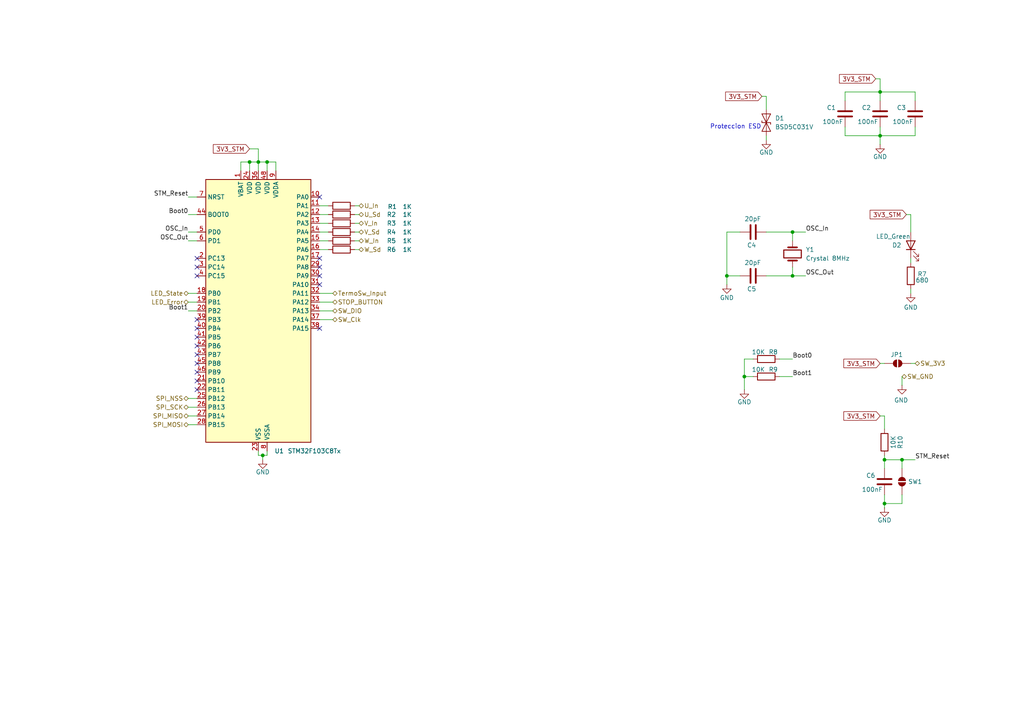
<source format=kicad_sch>
(kicad_sch
	(version 20250114)
	(generator "eeschema")
	(generator_version "9.0")
	(uuid "f8b437fd-aa9f-4b0e-9b42-f7dd21669d83")
	(paper "A4")
	(title_block
		(title "Variador de frecuencia LVDC")
		(date "2025-08-05")
		(rev "0")
		(company "Andrenacci - Carra")
	)
	(lib_symbols
		(symbol "Device:C"
			(pin_numbers
				(hide yes)
			)
			(pin_names
				(offset 0.254)
			)
			(exclude_from_sim no)
			(in_bom yes)
			(on_board yes)
			(property "Reference" "C"
				(at 0.635 2.54 0)
				(effects
					(font
						(size 1.27 1.27)
					)
					(justify left)
				)
			)
			(property "Value" "C"
				(at 0.635 -2.54 0)
				(effects
					(font
						(size 1.27 1.27)
					)
					(justify left)
				)
			)
			(property "Footprint" ""
				(at 0.9652 -3.81 0)
				(effects
					(font
						(size 1.27 1.27)
					)
					(hide yes)
				)
			)
			(property "Datasheet" "~"
				(at 0 0 0)
				(effects
					(font
						(size 1.27 1.27)
					)
					(hide yes)
				)
			)
			(property "Description" "Unpolarized capacitor"
				(at 0 0 0)
				(effects
					(font
						(size 1.27 1.27)
					)
					(hide yes)
				)
			)
			(property "ki_keywords" "cap capacitor"
				(at 0 0 0)
				(effects
					(font
						(size 1.27 1.27)
					)
					(hide yes)
				)
			)
			(property "ki_fp_filters" "C_*"
				(at 0 0 0)
				(effects
					(font
						(size 1.27 1.27)
					)
					(hide yes)
				)
			)
			(symbol "C_0_1"
				(polyline
					(pts
						(xy -2.032 0.762) (xy 2.032 0.762)
					)
					(stroke
						(width 0.508)
						(type default)
					)
					(fill
						(type none)
					)
				)
				(polyline
					(pts
						(xy -2.032 -0.762) (xy 2.032 -0.762)
					)
					(stroke
						(width 0.508)
						(type default)
					)
					(fill
						(type none)
					)
				)
			)
			(symbol "C_1_1"
				(pin passive line
					(at 0 3.81 270)
					(length 2.794)
					(name "~"
						(effects
							(font
								(size 1.27 1.27)
							)
						)
					)
					(number "1"
						(effects
							(font
								(size 1.27 1.27)
							)
						)
					)
				)
				(pin passive line
					(at 0 -3.81 90)
					(length 2.794)
					(name "~"
						(effects
							(font
								(size 1.27 1.27)
							)
						)
					)
					(number "2"
						(effects
							(font
								(size 1.27 1.27)
							)
						)
					)
				)
			)
			(embedded_fonts no)
		)
		(symbol "Device:Crystal"
			(pin_numbers
				(hide yes)
			)
			(pin_names
				(offset 1.016)
				(hide yes)
			)
			(exclude_from_sim no)
			(in_bom yes)
			(on_board yes)
			(property "Reference" "Y"
				(at 0 3.81 0)
				(effects
					(font
						(size 1.27 1.27)
					)
				)
			)
			(property "Value" "Crystal"
				(at 0 -3.81 0)
				(effects
					(font
						(size 1.27 1.27)
					)
				)
			)
			(property "Footprint" ""
				(at 0 0 0)
				(effects
					(font
						(size 1.27 1.27)
					)
					(hide yes)
				)
			)
			(property "Datasheet" "~"
				(at 0 0 0)
				(effects
					(font
						(size 1.27 1.27)
					)
					(hide yes)
				)
			)
			(property "Description" "Two pin crystal"
				(at 0 0 0)
				(effects
					(font
						(size 1.27 1.27)
					)
					(hide yes)
				)
			)
			(property "ki_keywords" "quartz ceramic resonator oscillator"
				(at 0 0 0)
				(effects
					(font
						(size 1.27 1.27)
					)
					(hide yes)
				)
			)
			(property "ki_fp_filters" "Crystal*"
				(at 0 0 0)
				(effects
					(font
						(size 1.27 1.27)
					)
					(hide yes)
				)
			)
			(symbol "Crystal_0_1"
				(polyline
					(pts
						(xy -2.54 0) (xy -1.905 0)
					)
					(stroke
						(width 0)
						(type default)
					)
					(fill
						(type none)
					)
				)
				(polyline
					(pts
						(xy -1.905 -1.27) (xy -1.905 1.27)
					)
					(stroke
						(width 0.508)
						(type default)
					)
					(fill
						(type none)
					)
				)
				(rectangle
					(start -1.143 2.54)
					(end 1.143 -2.54)
					(stroke
						(width 0.3048)
						(type default)
					)
					(fill
						(type none)
					)
				)
				(polyline
					(pts
						(xy 1.905 -1.27) (xy 1.905 1.27)
					)
					(stroke
						(width 0.508)
						(type default)
					)
					(fill
						(type none)
					)
				)
				(polyline
					(pts
						(xy 2.54 0) (xy 1.905 0)
					)
					(stroke
						(width 0)
						(type default)
					)
					(fill
						(type none)
					)
				)
			)
			(symbol "Crystal_1_1"
				(pin passive line
					(at -3.81 0 0)
					(length 1.27)
					(name "1"
						(effects
							(font
								(size 1.27 1.27)
							)
						)
					)
					(number "1"
						(effects
							(font
								(size 1.27 1.27)
							)
						)
					)
				)
				(pin passive line
					(at 3.81 0 180)
					(length 1.27)
					(name "2"
						(effects
							(font
								(size 1.27 1.27)
							)
						)
					)
					(number "2"
						(effects
							(font
								(size 1.27 1.27)
							)
						)
					)
				)
			)
			(embedded_fonts no)
		)
		(symbol "Device:LED"
			(pin_numbers
				(hide yes)
			)
			(pin_names
				(offset 1.016)
				(hide yes)
			)
			(exclude_from_sim no)
			(in_bom yes)
			(on_board yes)
			(property "Reference" "D"
				(at 0 2.54 0)
				(effects
					(font
						(size 1.27 1.27)
					)
				)
			)
			(property "Value" "LED"
				(at 0 -2.54 0)
				(effects
					(font
						(size 1.27 1.27)
					)
				)
			)
			(property "Footprint" ""
				(at 0 0 0)
				(effects
					(font
						(size 1.27 1.27)
					)
					(hide yes)
				)
			)
			(property "Datasheet" "~"
				(at 0 0 0)
				(effects
					(font
						(size 1.27 1.27)
					)
					(hide yes)
				)
			)
			(property "Description" "Light emitting diode"
				(at 0 0 0)
				(effects
					(font
						(size 1.27 1.27)
					)
					(hide yes)
				)
			)
			(property "Sim.Pins" "1=K 2=A"
				(at 0 0 0)
				(effects
					(font
						(size 1.27 1.27)
					)
					(hide yes)
				)
			)
			(property "ki_keywords" "LED diode"
				(at 0 0 0)
				(effects
					(font
						(size 1.27 1.27)
					)
					(hide yes)
				)
			)
			(property "ki_fp_filters" "LED* LED_SMD:* LED_THT:*"
				(at 0 0 0)
				(effects
					(font
						(size 1.27 1.27)
					)
					(hide yes)
				)
			)
			(symbol "LED_0_1"
				(polyline
					(pts
						(xy -3.048 -0.762) (xy -4.572 -2.286) (xy -3.81 -2.286) (xy -4.572 -2.286) (xy -4.572 -1.524)
					)
					(stroke
						(width 0)
						(type default)
					)
					(fill
						(type none)
					)
				)
				(polyline
					(pts
						(xy -1.778 -0.762) (xy -3.302 -2.286) (xy -2.54 -2.286) (xy -3.302 -2.286) (xy -3.302 -1.524)
					)
					(stroke
						(width 0)
						(type default)
					)
					(fill
						(type none)
					)
				)
				(polyline
					(pts
						(xy -1.27 0) (xy 1.27 0)
					)
					(stroke
						(width 0)
						(type default)
					)
					(fill
						(type none)
					)
				)
				(polyline
					(pts
						(xy -1.27 -1.27) (xy -1.27 1.27)
					)
					(stroke
						(width 0.254)
						(type default)
					)
					(fill
						(type none)
					)
				)
				(polyline
					(pts
						(xy 1.27 -1.27) (xy 1.27 1.27) (xy -1.27 0) (xy 1.27 -1.27)
					)
					(stroke
						(width 0.254)
						(type default)
					)
					(fill
						(type none)
					)
				)
			)
			(symbol "LED_1_1"
				(pin passive line
					(at -3.81 0 0)
					(length 2.54)
					(name "K"
						(effects
							(font
								(size 1.27 1.27)
							)
						)
					)
					(number "1"
						(effects
							(font
								(size 1.27 1.27)
							)
						)
					)
				)
				(pin passive line
					(at 3.81 0 180)
					(length 2.54)
					(name "A"
						(effects
							(font
								(size 1.27 1.27)
							)
						)
					)
					(number "2"
						(effects
							(font
								(size 1.27 1.27)
							)
						)
					)
				)
			)
			(embedded_fonts no)
		)
		(symbol "Device:R"
			(pin_numbers
				(hide yes)
			)
			(pin_names
				(offset 0)
			)
			(exclude_from_sim no)
			(in_bom yes)
			(on_board yes)
			(property "Reference" "R"
				(at 2.032 0 90)
				(effects
					(font
						(size 1.27 1.27)
					)
				)
			)
			(property "Value" "R"
				(at 0 0 90)
				(effects
					(font
						(size 1.27 1.27)
					)
				)
			)
			(property "Footprint" ""
				(at -1.778 0 90)
				(effects
					(font
						(size 1.27 1.27)
					)
					(hide yes)
				)
			)
			(property "Datasheet" "~"
				(at 0 0 0)
				(effects
					(font
						(size 1.27 1.27)
					)
					(hide yes)
				)
			)
			(property "Description" "Resistor"
				(at 0 0 0)
				(effects
					(font
						(size 1.27 1.27)
					)
					(hide yes)
				)
			)
			(property "ki_keywords" "R res resistor"
				(at 0 0 0)
				(effects
					(font
						(size 1.27 1.27)
					)
					(hide yes)
				)
			)
			(property "ki_fp_filters" "R_*"
				(at 0 0 0)
				(effects
					(font
						(size 1.27 1.27)
					)
					(hide yes)
				)
			)
			(symbol "R_0_1"
				(rectangle
					(start -1.016 -2.54)
					(end 1.016 2.54)
					(stroke
						(width 0.254)
						(type default)
					)
					(fill
						(type none)
					)
				)
			)
			(symbol "R_1_1"
				(pin passive line
					(at 0 3.81 270)
					(length 1.27)
					(name "~"
						(effects
							(font
								(size 1.27 1.27)
							)
						)
					)
					(number "1"
						(effects
							(font
								(size 1.27 1.27)
							)
						)
					)
				)
				(pin passive line
					(at 0 -3.81 90)
					(length 1.27)
					(name "~"
						(effects
							(font
								(size 1.27 1.27)
							)
						)
					)
					(number "2"
						(effects
							(font
								(size 1.27 1.27)
							)
						)
					)
				)
			)
			(embedded_fonts no)
		)
		(symbol "Diode:SZESD9B5.0ST5G"
			(pin_numbers
				(hide yes)
			)
			(pin_names
				(offset 1.016)
				(hide yes)
			)
			(exclude_from_sim no)
			(in_bom yes)
			(on_board yes)
			(property "Reference" "D"
				(at 0 2.54 0)
				(effects
					(font
						(size 1.27 1.27)
					)
				)
			)
			(property "Value" "SZESD9B5.0ST5G"
				(at 0 -2.54 0)
				(effects
					(font
						(size 1.27 1.27)
					)
				)
			)
			(property "Footprint" "Diode_SMD:D_SOD-923"
				(at 0 0 0)
				(effects
					(font
						(size 1.27 1.27)
					)
					(hide yes)
				)
			)
			(property "Datasheet" "https://www.onsemi.com/pub/Collateral/ESD9B-D.PDF"
				(at 0 0 0)
				(effects
					(font
						(size 1.27 1.27)
					)
					(hide yes)
				)
			)
			(property "Description" "ESD protection diode, 5.0Vrwm, SOD-923"
				(at 0 0 0)
				(effects
					(font
						(size 1.27 1.27)
					)
					(hide yes)
				)
			)
			(property "ki_keywords" "diode TVS ESD"
				(at 0 0 0)
				(effects
					(font
						(size 1.27 1.27)
					)
					(hide yes)
				)
			)
			(property "ki_fp_filters" "D*SOD?923*"
				(at 0 0 0)
				(effects
					(font
						(size 1.27 1.27)
					)
					(hide yes)
				)
			)
			(symbol "SZESD9B5.0ST5G_0_1"
				(polyline
					(pts
						(xy -2.54 -1.27) (xy 0 0) (xy -2.54 1.27) (xy -2.54 -1.27)
					)
					(stroke
						(width 0.2032)
						(type default)
					)
					(fill
						(type none)
					)
				)
				(polyline
					(pts
						(xy 0.508 1.27) (xy 0 1.27) (xy 0 -1.27) (xy -0.508 -1.27)
					)
					(stroke
						(width 0.2032)
						(type default)
					)
					(fill
						(type none)
					)
				)
				(polyline
					(pts
						(xy 1.27 0) (xy -1.27 0)
					)
					(stroke
						(width 0)
						(type default)
					)
					(fill
						(type none)
					)
				)
				(polyline
					(pts
						(xy 2.54 1.27) (xy 2.54 -1.27) (xy 0 0) (xy 2.54 1.27)
					)
					(stroke
						(width 0.2032)
						(type default)
					)
					(fill
						(type none)
					)
				)
			)
			(symbol "SZESD9B5.0ST5G_1_1"
				(pin passive line
					(at -3.81 0 0)
					(length 2.54)
					(name "A1"
						(effects
							(font
								(size 1.27 1.27)
							)
						)
					)
					(number "1"
						(effects
							(font
								(size 1.27 1.27)
							)
						)
					)
				)
				(pin passive line
					(at 3.81 0 180)
					(length 2.54)
					(name "A2"
						(effects
							(font
								(size 1.27 1.27)
							)
						)
					)
					(number "2"
						(effects
							(font
								(size 1.27 1.27)
							)
						)
					)
				)
			)
			(embedded_fonts no)
		)
		(symbol "Jumper:SolderJumper_2_Open"
			(pin_numbers
				(hide yes)
			)
			(pin_names
				(offset 0)
				(hide yes)
			)
			(exclude_from_sim no)
			(in_bom no)
			(on_board yes)
			(property "Reference" "JP"
				(at 0 2.032 0)
				(effects
					(font
						(size 1.27 1.27)
					)
				)
			)
			(property "Value" "SolderJumper_2_Open"
				(at 0 -2.54 0)
				(effects
					(font
						(size 1.27 1.27)
					)
				)
			)
			(property "Footprint" ""
				(at 0 0 0)
				(effects
					(font
						(size 1.27 1.27)
					)
					(hide yes)
				)
			)
			(property "Datasheet" "~"
				(at 0 0 0)
				(effects
					(font
						(size 1.27 1.27)
					)
					(hide yes)
				)
			)
			(property "Description" "Solder Jumper, 2-pole, open"
				(at 0 0 0)
				(effects
					(font
						(size 1.27 1.27)
					)
					(hide yes)
				)
			)
			(property "ki_keywords" "solder jumper SPST"
				(at 0 0 0)
				(effects
					(font
						(size 1.27 1.27)
					)
					(hide yes)
				)
			)
			(property "ki_fp_filters" "SolderJumper*Open*"
				(at 0 0 0)
				(effects
					(font
						(size 1.27 1.27)
					)
					(hide yes)
				)
			)
			(symbol "SolderJumper_2_Open_0_1"
				(polyline
					(pts
						(xy -0.254 1.016) (xy -0.254 -1.016)
					)
					(stroke
						(width 0)
						(type default)
					)
					(fill
						(type none)
					)
				)
				(arc
					(start -0.254 -1.016)
					(mid -1.2656 0)
					(end -0.254 1.016)
					(stroke
						(width 0)
						(type default)
					)
					(fill
						(type none)
					)
				)
				(arc
					(start -0.254 -1.016)
					(mid -1.2656 0)
					(end -0.254 1.016)
					(stroke
						(width 0)
						(type default)
					)
					(fill
						(type outline)
					)
				)
				(arc
					(start 0.254 1.016)
					(mid 1.2656 0)
					(end 0.254 -1.016)
					(stroke
						(width 0)
						(type default)
					)
					(fill
						(type none)
					)
				)
				(arc
					(start 0.254 1.016)
					(mid 1.2656 0)
					(end 0.254 -1.016)
					(stroke
						(width 0)
						(type default)
					)
					(fill
						(type outline)
					)
				)
				(polyline
					(pts
						(xy 0.254 1.016) (xy 0.254 -1.016)
					)
					(stroke
						(width 0)
						(type default)
					)
					(fill
						(type none)
					)
				)
			)
			(symbol "SolderJumper_2_Open_1_1"
				(pin passive line
					(at -3.81 0 0)
					(length 2.54)
					(name "A"
						(effects
							(font
								(size 1.27 1.27)
							)
						)
					)
					(number "1"
						(effects
							(font
								(size 1.27 1.27)
							)
						)
					)
				)
				(pin passive line
					(at 3.81 0 180)
					(length 2.54)
					(name "B"
						(effects
							(font
								(size 1.27 1.27)
							)
						)
					)
					(number "2"
						(effects
							(font
								(size 1.27 1.27)
							)
						)
					)
				)
			)
			(embedded_fonts no)
		)
		(symbol "MCU_ST_STM32F1:STM32F103C8Tx"
			(exclude_from_sim no)
			(in_bom yes)
			(on_board yes)
			(property "Reference" "U"
				(at -15.24 39.37 0)
				(effects
					(font
						(size 1.27 1.27)
					)
					(justify left)
				)
			)
			(property "Value" "STM32F103C8Tx"
				(at 7.62 39.37 0)
				(effects
					(font
						(size 1.27 1.27)
					)
					(justify left)
				)
			)
			(property "Footprint" "Package_QFP:LQFP-48_7x7mm_P0.5mm"
				(at -15.24 -38.1 0)
				(effects
					(font
						(size 1.27 1.27)
					)
					(justify right)
					(hide yes)
				)
			)
			(property "Datasheet" "https://www.st.com/resource/en/datasheet/stm32f103c8.pdf"
				(at 0 0 0)
				(effects
					(font
						(size 1.27 1.27)
					)
					(hide yes)
				)
			)
			(property "Description" "STMicroelectronics Arm Cortex-M3 MCU, 64KB flash, 20KB RAM, 72 MHz, 2.0-3.6V, 37 GPIO, LQFP48"
				(at 0 0 0)
				(effects
					(font
						(size 1.27 1.27)
					)
					(hide yes)
				)
			)
			(property "ki_keywords" "Arm Cortex-M3 STM32F1 STM32F103"
				(at 0 0 0)
				(effects
					(font
						(size 1.27 1.27)
					)
					(hide yes)
				)
			)
			(property "ki_fp_filters" "LQFP*7x7mm*P0.5mm*"
				(at 0 0 0)
				(effects
					(font
						(size 1.27 1.27)
					)
					(hide yes)
				)
			)
			(symbol "STM32F103C8Tx_0_1"
				(rectangle
					(start -15.24 -38.1)
					(end 15.24 38.1)
					(stroke
						(width 0.254)
						(type default)
					)
					(fill
						(type background)
					)
				)
			)
			(symbol "STM32F103C8Tx_1_1"
				(pin input line
					(at -17.78 33.02 0)
					(length 2.54)
					(name "NRST"
						(effects
							(font
								(size 1.27 1.27)
							)
						)
					)
					(number "7"
						(effects
							(font
								(size 1.27 1.27)
							)
						)
					)
				)
				(pin input line
					(at -17.78 27.94 0)
					(length 2.54)
					(name "BOOT0"
						(effects
							(font
								(size 1.27 1.27)
							)
						)
					)
					(number "44"
						(effects
							(font
								(size 1.27 1.27)
							)
						)
					)
				)
				(pin bidirectional line
					(at -17.78 22.86 0)
					(length 2.54)
					(name "PD0"
						(effects
							(font
								(size 1.27 1.27)
							)
						)
					)
					(number "5"
						(effects
							(font
								(size 1.27 1.27)
							)
						)
					)
					(alternate "RCC_OSC_IN" bidirectional line)
				)
				(pin bidirectional line
					(at -17.78 20.32 0)
					(length 2.54)
					(name "PD1"
						(effects
							(font
								(size 1.27 1.27)
							)
						)
					)
					(number "6"
						(effects
							(font
								(size 1.27 1.27)
							)
						)
					)
					(alternate "RCC_OSC_OUT" bidirectional line)
				)
				(pin bidirectional line
					(at -17.78 15.24 0)
					(length 2.54)
					(name "PC13"
						(effects
							(font
								(size 1.27 1.27)
							)
						)
					)
					(number "2"
						(effects
							(font
								(size 1.27 1.27)
							)
						)
					)
					(alternate "RTC_OUT" bidirectional line)
					(alternate "RTC_TAMPER" bidirectional line)
				)
				(pin bidirectional line
					(at -17.78 12.7 0)
					(length 2.54)
					(name "PC14"
						(effects
							(font
								(size 1.27 1.27)
							)
						)
					)
					(number "3"
						(effects
							(font
								(size 1.27 1.27)
							)
						)
					)
					(alternate "RCC_OSC32_IN" bidirectional line)
				)
				(pin bidirectional line
					(at -17.78 10.16 0)
					(length 2.54)
					(name "PC15"
						(effects
							(font
								(size 1.27 1.27)
							)
						)
					)
					(number "4"
						(effects
							(font
								(size 1.27 1.27)
							)
						)
					)
					(alternate "ADC1_EXTI15" bidirectional line)
					(alternate "ADC2_EXTI15" bidirectional line)
					(alternate "RCC_OSC32_OUT" bidirectional line)
				)
				(pin bidirectional line
					(at -17.78 5.08 0)
					(length 2.54)
					(name "PB0"
						(effects
							(font
								(size 1.27 1.27)
							)
						)
					)
					(number "18"
						(effects
							(font
								(size 1.27 1.27)
							)
						)
					)
					(alternate "ADC1_IN8" bidirectional line)
					(alternate "ADC2_IN8" bidirectional line)
					(alternate "TIM1_CH2N" bidirectional line)
					(alternate "TIM3_CH3" bidirectional line)
				)
				(pin bidirectional line
					(at -17.78 2.54 0)
					(length 2.54)
					(name "PB1"
						(effects
							(font
								(size 1.27 1.27)
							)
						)
					)
					(number "19"
						(effects
							(font
								(size 1.27 1.27)
							)
						)
					)
					(alternate "ADC1_IN9" bidirectional line)
					(alternate "ADC2_IN9" bidirectional line)
					(alternate "TIM1_CH3N" bidirectional line)
					(alternate "TIM3_CH4" bidirectional line)
				)
				(pin bidirectional line
					(at -17.78 0 0)
					(length 2.54)
					(name "PB2"
						(effects
							(font
								(size 1.27 1.27)
							)
						)
					)
					(number "20"
						(effects
							(font
								(size 1.27 1.27)
							)
						)
					)
				)
				(pin bidirectional line
					(at -17.78 -2.54 0)
					(length 2.54)
					(name "PB3"
						(effects
							(font
								(size 1.27 1.27)
							)
						)
					)
					(number "39"
						(effects
							(font
								(size 1.27 1.27)
							)
						)
					)
					(alternate "SPI1_SCK" bidirectional line)
					(alternate "SYS_JTDO-TRACESWO" bidirectional line)
					(alternate "TIM2_CH2" bidirectional line)
				)
				(pin bidirectional line
					(at -17.78 -5.08 0)
					(length 2.54)
					(name "PB4"
						(effects
							(font
								(size 1.27 1.27)
							)
						)
					)
					(number "40"
						(effects
							(font
								(size 1.27 1.27)
							)
						)
					)
					(alternate "SPI1_MISO" bidirectional line)
					(alternate "SYS_NJTRST" bidirectional line)
					(alternate "TIM3_CH1" bidirectional line)
				)
				(pin bidirectional line
					(at -17.78 -7.62 0)
					(length 2.54)
					(name "PB5"
						(effects
							(font
								(size 1.27 1.27)
							)
						)
					)
					(number "41"
						(effects
							(font
								(size 1.27 1.27)
							)
						)
					)
					(alternate "I2C1_SMBA" bidirectional line)
					(alternate "SPI1_MOSI" bidirectional line)
					(alternate "TIM3_CH2" bidirectional line)
				)
				(pin bidirectional line
					(at -17.78 -10.16 0)
					(length 2.54)
					(name "PB6"
						(effects
							(font
								(size 1.27 1.27)
							)
						)
					)
					(number "42"
						(effects
							(font
								(size 1.27 1.27)
							)
						)
					)
					(alternate "I2C1_SCL" bidirectional line)
					(alternate "TIM4_CH1" bidirectional line)
					(alternate "USART1_TX" bidirectional line)
				)
				(pin bidirectional line
					(at -17.78 -12.7 0)
					(length 2.54)
					(name "PB7"
						(effects
							(font
								(size 1.27 1.27)
							)
						)
					)
					(number "43"
						(effects
							(font
								(size 1.27 1.27)
							)
						)
					)
					(alternate "I2C1_SDA" bidirectional line)
					(alternate "TIM4_CH2" bidirectional line)
					(alternate "USART1_RX" bidirectional line)
				)
				(pin bidirectional line
					(at -17.78 -15.24 0)
					(length 2.54)
					(name "PB8"
						(effects
							(font
								(size 1.27 1.27)
							)
						)
					)
					(number "45"
						(effects
							(font
								(size 1.27 1.27)
							)
						)
					)
					(alternate "CAN_RX" bidirectional line)
					(alternate "I2C1_SCL" bidirectional line)
					(alternate "TIM4_CH3" bidirectional line)
				)
				(pin bidirectional line
					(at -17.78 -17.78 0)
					(length 2.54)
					(name "PB9"
						(effects
							(font
								(size 1.27 1.27)
							)
						)
					)
					(number "46"
						(effects
							(font
								(size 1.27 1.27)
							)
						)
					)
					(alternate "CAN_TX" bidirectional line)
					(alternate "I2C1_SDA" bidirectional line)
					(alternate "TIM4_CH4" bidirectional line)
				)
				(pin bidirectional line
					(at -17.78 -20.32 0)
					(length 2.54)
					(name "PB10"
						(effects
							(font
								(size 1.27 1.27)
							)
						)
					)
					(number "21"
						(effects
							(font
								(size 1.27 1.27)
							)
						)
					)
					(alternate "I2C2_SCL" bidirectional line)
					(alternate "TIM2_CH3" bidirectional line)
					(alternate "USART3_TX" bidirectional line)
				)
				(pin bidirectional line
					(at -17.78 -22.86 0)
					(length 2.54)
					(name "PB11"
						(effects
							(font
								(size 1.27 1.27)
							)
						)
					)
					(number "22"
						(effects
							(font
								(size 1.27 1.27)
							)
						)
					)
					(alternate "ADC1_EXTI11" bidirectional line)
					(alternate "ADC2_EXTI11" bidirectional line)
					(alternate "I2C2_SDA" bidirectional line)
					(alternate "TIM2_CH4" bidirectional line)
					(alternate "USART3_RX" bidirectional line)
				)
				(pin bidirectional line
					(at -17.78 -25.4 0)
					(length 2.54)
					(name "PB12"
						(effects
							(font
								(size 1.27 1.27)
							)
						)
					)
					(number "25"
						(effects
							(font
								(size 1.27 1.27)
							)
						)
					)
					(alternate "I2C2_SMBA" bidirectional line)
					(alternate "SPI2_NSS" bidirectional line)
					(alternate "TIM1_BKIN" bidirectional line)
					(alternate "USART3_CK" bidirectional line)
				)
				(pin bidirectional line
					(at -17.78 -27.94 0)
					(length 2.54)
					(name "PB13"
						(effects
							(font
								(size 1.27 1.27)
							)
						)
					)
					(number "26"
						(effects
							(font
								(size 1.27 1.27)
							)
						)
					)
					(alternate "SPI2_SCK" bidirectional line)
					(alternate "TIM1_CH1N" bidirectional line)
					(alternate "USART3_CTS" bidirectional line)
				)
				(pin bidirectional line
					(at -17.78 -30.48 0)
					(length 2.54)
					(name "PB14"
						(effects
							(font
								(size 1.27 1.27)
							)
						)
					)
					(number "27"
						(effects
							(font
								(size 1.27 1.27)
							)
						)
					)
					(alternate "SPI2_MISO" bidirectional line)
					(alternate "TIM1_CH2N" bidirectional line)
					(alternate "USART3_RTS" bidirectional line)
				)
				(pin bidirectional line
					(at -17.78 -33.02 0)
					(length 2.54)
					(name "PB15"
						(effects
							(font
								(size 1.27 1.27)
							)
						)
					)
					(number "28"
						(effects
							(font
								(size 1.27 1.27)
							)
						)
					)
					(alternate "ADC1_EXTI15" bidirectional line)
					(alternate "ADC2_EXTI15" bidirectional line)
					(alternate "SPI2_MOSI" bidirectional line)
					(alternate "TIM1_CH3N" bidirectional line)
				)
				(pin power_in line
					(at -5.08 40.64 270)
					(length 2.54)
					(name "VBAT"
						(effects
							(font
								(size 1.27 1.27)
							)
						)
					)
					(number "1"
						(effects
							(font
								(size 1.27 1.27)
							)
						)
					)
				)
				(pin power_in line
					(at -2.54 40.64 270)
					(length 2.54)
					(name "VDD"
						(effects
							(font
								(size 1.27 1.27)
							)
						)
					)
					(number "24"
						(effects
							(font
								(size 1.27 1.27)
							)
						)
					)
				)
				(pin power_in line
					(at 0 40.64 270)
					(length 2.54)
					(name "VDD"
						(effects
							(font
								(size 1.27 1.27)
							)
						)
					)
					(number "36"
						(effects
							(font
								(size 1.27 1.27)
							)
						)
					)
				)
				(pin power_in line
					(at 0 -40.64 90)
					(length 2.54)
					(name "VSS"
						(effects
							(font
								(size 1.27 1.27)
							)
						)
					)
					(number "23"
						(effects
							(font
								(size 1.27 1.27)
							)
						)
					)
				)
				(pin passive line
					(at 0 -40.64 90)
					(length 2.54)
					(hide yes)
					(name "VSS"
						(effects
							(font
								(size 1.27 1.27)
							)
						)
					)
					(number "35"
						(effects
							(font
								(size 1.27 1.27)
							)
						)
					)
				)
				(pin passive line
					(at 0 -40.64 90)
					(length 2.54)
					(hide yes)
					(name "VSS"
						(effects
							(font
								(size 1.27 1.27)
							)
						)
					)
					(number "47"
						(effects
							(font
								(size 1.27 1.27)
							)
						)
					)
				)
				(pin power_in line
					(at 2.54 40.64 270)
					(length 2.54)
					(name "VDD"
						(effects
							(font
								(size 1.27 1.27)
							)
						)
					)
					(number "48"
						(effects
							(font
								(size 1.27 1.27)
							)
						)
					)
				)
				(pin power_in line
					(at 2.54 -40.64 90)
					(length 2.54)
					(name "VSSA"
						(effects
							(font
								(size 1.27 1.27)
							)
						)
					)
					(number "8"
						(effects
							(font
								(size 1.27 1.27)
							)
						)
					)
				)
				(pin power_in line
					(at 5.08 40.64 270)
					(length 2.54)
					(name "VDDA"
						(effects
							(font
								(size 1.27 1.27)
							)
						)
					)
					(number "9"
						(effects
							(font
								(size 1.27 1.27)
							)
						)
					)
				)
				(pin bidirectional line
					(at 17.78 33.02 180)
					(length 2.54)
					(name "PA0"
						(effects
							(font
								(size 1.27 1.27)
							)
						)
					)
					(number "10"
						(effects
							(font
								(size 1.27 1.27)
							)
						)
					)
					(alternate "ADC1_IN0" bidirectional line)
					(alternate "ADC2_IN0" bidirectional line)
					(alternate "SYS_WKUP" bidirectional line)
					(alternate "TIM2_CH1" bidirectional line)
					(alternate "TIM2_ETR" bidirectional line)
					(alternate "USART2_CTS" bidirectional line)
				)
				(pin bidirectional line
					(at 17.78 30.48 180)
					(length 2.54)
					(name "PA1"
						(effects
							(font
								(size 1.27 1.27)
							)
						)
					)
					(number "11"
						(effects
							(font
								(size 1.27 1.27)
							)
						)
					)
					(alternate "ADC1_IN1" bidirectional line)
					(alternate "ADC2_IN1" bidirectional line)
					(alternate "TIM2_CH2" bidirectional line)
					(alternate "USART2_RTS" bidirectional line)
				)
				(pin bidirectional line
					(at 17.78 27.94 180)
					(length 2.54)
					(name "PA2"
						(effects
							(font
								(size 1.27 1.27)
							)
						)
					)
					(number "12"
						(effects
							(font
								(size 1.27 1.27)
							)
						)
					)
					(alternate "ADC1_IN2" bidirectional line)
					(alternate "ADC2_IN2" bidirectional line)
					(alternate "TIM2_CH3" bidirectional line)
					(alternate "USART2_TX" bidirectional line)
				)
				(pin bidirectional line
					(at 17.78 25.4 180)
					(length 2.54)
					(name "PA3"
						(effects
							(font
								(size 1.27 1.27)
							)
						)
					)
					(number "13"
						(effects
							(font
								(size 1.27 1.27)
							)
						)
					)
					(alternate "ADC1_IN3" bidirectional line)
					(alternate "ADC2_IN3" bidirectional line)
					(alternate "TIM2_CH4" bidirectional line)
					(alternate "USART2_RX" bidirectional line)
				)
				(pin bidirectional line
					(at 17.78 22.86 180)
					(length 2.54)
					(name "PA4"
						(effects
							(font
								(size 1.27 1.27)
							)
						)
					)
					(number "14"
						(effects
							(font
								(size 1.27 1.27)
							)
						)
					)
					(alternate "ADC1_IN4" bidirectional line)
					(alternate "ADC2_IN4" bidirectional line)
					(alternate "SPI1_NSS" bidirectional line)
					(alternate "USART2_CK" bidirectional line)
				)
				(pin bidirectional line
					(at 17.78 20.32 180)
					(length 2.54)
					(name "PA5"
						(effects
							(font
								(size 1.27 1.27)
							)
						)
					)
					(number "15"
						(effects
							(font
								(size 1.27 1.27)
							)
						)
					)
					(alternate "ADC1_IN5" bidirectional line)
					(alternate "ADC2_IN5" bidirectional line)
					(alternate "SPI1_SCK" bidirectional line)
				)
				(pin bidirectional line
					(at 17.78 17.78 180)
					(length 2.54)
					(name "PA6"
						(effects
							(font
								(size 1.27 1.27)
							)
						)
					)
					(number "16"
						(effects
							(font
								(size 1.27 1.27)
							)
						)
					)
					(alternate "ADC1_IN6" bidirectional line)
					(alternate "ADC2_IN6" bidirectional line)
					(alternate "SPI1_MISO" bidirectional line)
					(alternate "TIM1_BKIN" bidirectional line)
					(alternate "TIM3_CH1" bidirectional line)
				)
				(pin bidirectional line
					(at 17.78 15.24 180)
					(length 2.54)
					(name "PA7"
						(effects
							(font
								(size 1.27 1.27)
							)
						)
					)
					(number "17"
						(effects
							(font
								(size 1.27 1.27)
							)
						)
					)
					(alternate "ADC1_IN7" bidirectional line)
					(alternate "ADC2_IN7" bidirectional line)
					(alternate "SPI1_MOSI" bidirectional line)
					(alternate "TIM1_CH1N" bidirectional line)
					(alternate "TIM3_CH2" bidirectional line)
				)
				(pin bidirectional line
					(at 17.78 12.7 180)
					(length 2.54)
					(name "PA8"
						(effects
							(font
								(size 1.27 1.27)
							)
						)
					)
					(number "29"
						(effects
							(font
								(size 1.27 1.27)
							)
						)
					)
					(alternate "RCC_MCO" bidirectional line)
					(alternate "TIM1_CH1" bidirectional line)
					(alternate "USART1_CK" bidirectional line)
				)
				(pin bidirectional line
					(at 17.78 10.16 180)
					(length 2.54)
					(name "PA9"
						(effects
							(font
								(size 1.27 1.27)
							)
						)
					)
					(number "30"
						(effects
							(font
								(size 1.27 1.27)
							)
						)
					)
					(alternate "TIM1_CH2" bidirectional line)
					(alternate "USART1_TX" bidirectional line)
				)
				(pin bidirectional line
					(at 17.78 7.62 180)
					(length 2.54)
					(name "PA10"
						(effects
							(font
								(size 1.27 1.27)
							)
						)
					)
					(number "31"
						(effects
							(font
								(size 1.27 1.27)
							)
						)
					)
					(alternate "TIM1_CH3" bidirectional line)
					(alternate "USART1_RX" bidirectional line)
				)
				(pin bidirectional line
					(at 17.78 5.08 180)
					(length 2.54)
					(name "PA11"
						(effects
							(font
								(size 1.27 1.27)
							)
						)
					)
					(number "32"
						(effects
							(font
								(size 1.27 1.27)
							)
						)
					)
					(alternate "ADC1_EXTI11" bidirectional line)
					(alternate "ADC2_EXTI11" bidirectional line)
					(alternate "CAN_RX" bidirectional line)
					(alternate "TIM1_CH4" bidirectional line)
					(alternate "USART1_CTS" bidirectional line)
					(alternate "USB_DM" bidirectional line)
				)
				(pin bidirectional line
					(at 17.78 2.54 180)
					(length 2.54)
					(name "PA12"
						(effects
							(font
								(size 1.27 1.27)
							)
						)
					)
					(number "33"
						(effects
							(font
								(size 1.27 1.27)
							)
						)
					)
					(alternate "CAN_TX" bidirectional line)
					(alternate "TIM1_ETR" bidirectional line)
					(alternate "USART1_RTS" bidirectional line)
					(alternate "USB_DP" bidirectional line)
				)
				(pin bidirectional line
					(at 17.78 0 180)
					(length 2.54)
					(name "PA13"
						(effects
							(font
								(size 1.27 1.27)
							)
						)
					)
					(number "34"
						(effects
							(font
								(size 1.27 1.27)
							)
						)
					)
					(alternate "SYS_JTMS-SWDIO" bidirectional line)
				)
				(pin bidirectional line
					(at 17.78 -2.54 180)
					(length 2.54)
					(name "PA14"
						(effects
							(font
								(size 1.27 1.27)
							)
						)
					)
					(number "37"
						(effects
							(font
								(size 1.27 1.27)
							)
						)
					)
					(alternate "SYS_JTCK-SWCLK" bidirectional line)
				)
				(pin bidirectional line
					(at 17.78 -5.08 180)
					(length 2.54)
					(name "PA15"
						(effects
							(font
								(size 1.27 1.27)
							)
						)
					)
					(number "38"
						(effects
							(font
								(size 1.27 1.27)
							)
						)
					)
					(alternate "ADC1_EXTI15" bidirectional line)
					(alternate "ADC2_EXTI15" bidirectional line)
					(alternate "SPI1_NSS" bidirectional line)
					(alternate "SYS_JTDI" bidirectional line)
					(alternate "TIM2_CH1" bidirectional line)
					(alternate "TIM2_ETR" bidirectional line)
				)
			)
			(embedded_fonts no)
		)
		(symbol "power:GND"
			(power)
			(pin_numbers
				(hide yes)
			)
			(pin_names
				(offset 0)
				(hide yes)
			)
			(exclude_from_sim no)
			(in_bom yes)
			(on_board yes)
			(property "Reference" "#PWR"
				(at 0 -6.35 0)
				(effects
					(font
						(size 1.27 1.27)
					)
					(hide yes)
				)
			)
			(property "Value" "GND"
				(at 0 -3.81 0)
				(effects
					(font
						(size 1.27 1.27)
					)
				)
			)
			(property "Footprint" ""
				(at 0 0 0)
				(effects
					(font
						(size 1.27 1.27)
					)
					(hide yes)
				)
			)
			(property "Datasheet" ""
				(at 0 0 0)
				(effects
					(font
						(size 1.27 1.27)
					)
					(hide yes)
				)
			)
			(property "Description" "Power symbol creates a global label with name \"GND\" , ground"
				(at 0 0 0)
				(effects
					(font
						(size 1.27 1.27)
					)
					(hide yes)
				)
			)
			(property "ki_keywords" "global power"
				(at 0 0 0)
				(effects
					(font
						(size 1.27 1.27)
					)
					(hide yes)
				)
			)
			(symbol "GND_0_1"
				(polyline
					(pts
						(xy 0 0) (xy 0 -1.27) (xy 1.27 -1.27) (xy 0 -2.54) (xy -1.27 -1.27) (xy 0 -1.27)
					)
					(stroke
						(width 0)
						(type default)
					)
					(fill
						(type none)
					)
				)
			)
			(symbol "GND_1_1"
				(pin power_in line
					(at 0 0 270)
					(length 0)
					(name "~"
						(effects
							(font
								(size 1.27 1.27)
							)
						)
					)
					(number "1"
						(effects
							(font
								(size 1.27 1.27)
							)
						)
					)
				)
			)
			(embedded_fonts no)
		)
	)
	(text "Proteccion ESD"
		(exclude_from_sim no)
		(at 213.36 36.83 0)
		(effects
			(font
				(size 1.27 1.27)
			)
		)
		(uuid "c9943f71-0e16-4b37-bdf3-935b4d418fe2")
	)
	(junction
		(at 77.47 46.99)
		(diameter 0)
		(color 0 0 0 0)
		(uuid "09c4bd44-cfee-4f22-ad6c-c8244f05386b")
	)
	(junction
		(at 210.82 80.01)
		(diameter 0)
		(color 0 0 0 0)
		(uuid "67049743-9614-4ec1-baec-26cc09f5bdd8")
	)
	(junction
		(at 255.27 39.37)
		(diameter 0)
		(color 0 0 0 0)
		(uuid "8221f00f-0882-43d1-9775-a2e355b4af27")
	)
	(junction
		(at 255.27 26.67)
		(diameter 0)
		(color 0 0 0 0)
		(uuid "8fda89a4-4e68-4a60-9a4d-9d2da6cebb1e")
	)
	(junction
		(at 74.93 46.99)
		(diameter 0)
		(color 0 0 0 0)
		(uuid "9986ab1b-cc3e-4c40-9134-e0305975cbe9")
	)
	(junction
		(at 76.2 132.08)
		(diameter 0)
		(color 0 0 0 0)
		(uuid "a54cbeb5-7f59-425a-b9a2-e99a2b3b6244")
	)
	(junction
		(at 256.54 133.35)
		(diameter 0)
		(color 0 0 0 0)
		(uuid "b88e6c4c-032e-4f40-95eb-da1a53037483")
	)
	(junction
		(at 229.87 80.01)
		(diameter 0)
		(color 0 0 0 0)
		(uuid "e218f847-21e0-4aed-9f62-930a2774564f")
	)
	(junction
		(at 72.39 46.99)
		(diameter 0)
		(color 0 0 0 0)
		(uuid "e548fe1b-f231-4c15-9da6-c983fbd2aca7")
	)
	(junction
		(at 229.87 67.31)
		(diameter 0)
		(color 0 0 0 0)
		(uuid "e556f05a-8d64-4006-a38f-fb75e15bdb1b")
	)
	(junction
		(at 256.54 146.05)
		(diameter 0)
		(color 0 0 0 0)
		(uuid "f466fa87-1785-4c28-9bb5-cf6c2c486f39")
	)
	(junction
		(at 261.62 133.35)
		(diameter 0)
		(color 0 0 0 0)
		(uuid "f4fa5b79-f74a-4fce-a883-69cd0cd377da")
	)
	(junction
		(at 215.9 109.22)
		(diameter 0)
		(color 0 0 0 0)
		(uuid "f5a2c8fc-9d80-41bb-9be6-2c30680e2b16")
	)
	(no_connect
		(at 57.15 74.93)
		(uuid "08eb02ea-2b8e-402e-8c7c-00c81c866bc8")
	)
	(no_connect
		(at 57.15 92.71)
		(uuid "0b50ea98-e130-431a-9cf4-f98a0baf4bd8")
	)
	(no_connect
		(at 92.71 57.15)
		(uuid "0fa5b970-f20b-4df4-aabb-54410b94ba9c")
	)
	(no_connect
		(at 57.15 80.01)
		(uuid "27a76437-2cef-4389-ac12-2c62ba95fd23")
	)
	(no_connect
		(at 57.15 95.25)
		(uuid "289c9e8b-7772-434d-8bfc-92f8fb94fa9e")
	)
	(no_connect
		(at 57.15 102.87)
		(uuid "373683af-9190-438a-aa02-16de0df7f235")
	)
	(no_connect
		(at 92.71 82.55)
		(uuid "37fe8496-228a-45b0-be47-a3b47fb0101f")
	)
	(no_connect
		(at 57.15 110.49)
		(uuid "47c10943-94ea-4867-8e25-87e71b242d80")
	)
	(no_connect
		(at 57.15 107.95)
		(uuid "4d94fe2d-97df-4d71-b64d-231793268763")
	)
	(no_connect
		(at 92.71 95.25)
		(uuid "5d199760-4c78-4c2f-b7f6-93fd0baa01bb")
	)
	(no_connect
		(at 92.71 77.47)
		(uuid "5e6bb75a-a2be-4f1a-bbb2-fedda179adde")
	)
	(no_connect
		(at 57.15 77.47)
		(uuid "60377495-ba1e-4ebc-a8d5-d58dae921736")
	)
	(no_connect
		(at 57.15 113.03)
		(uuid "8ad9eeba-adcf-4bf9-9399-70ed1cf0c5a3")
	)
	(no_connect
		(at 57.15 97.79)
		(uuid "9dce4578-c290-4044-a09e-be0ce2e4e07c")
	)
	(no_connect
		(at 92.71 74.93)
		(uuid "af998cc9-be98-4b9d-87dd-13d57f914d50")
	)
	(no_connect
		(at 57.15 100.33)
		(uuid "b31ad28a-6d70-460d-9743-f2979a9fded3")
	)
	(no_connect
		(at 57.15 105.41)
		(uuid "d7a469c1-b0ee-43e3-a380-9ab3df905d11")
	)
	(no_connect
		(at 92.71 80.01)
		(uuid "db4e3680-cbef-40ae-b701-af96271a3ec2")
	)
	(wire
		(pts
			(xy 255.27 26.67) (xy 245.11 26.67)
		)
		(stroke
			(width 0)
			(type default)
		)
		(uuid "019bfeb4-e012-4ee2-ba3b-f9618954503a")
	)
	(wire
		(pts
			(xy 255.27 39.37) (xy 255.27 36.83)
		)
		(stroke
			(width 0)
			(type default)
		)
		(uuid "09375cd2-e810-4101-bc47-49350a1e56cf")
	)
	(wire
		(pts
			(xy 256.54 133.35) (xy 261.62 133.35)
		)
		(stroke
			(width 0)
			(type default)
		)
		(uuid "0939184d-b87e-4a10-9cdc-fde9b458dd3e")
	)
	(wire
		(pts
			(xy 95.25 67.31) (xy 92.71 67.31)
		)
		(stroke
			(width 0)
			(type default)
		)
		(uuid "0b185d00-a439-4792-9181-632662430e2b")
	)
	(wire
		(pts
			(xy 229.87 67.31) (xy 229.87 69.85)
		)
		(stroke
			(width 0)
			(type default)
		)
		(uuid "0f07d804-3b30-4300-9d3f-ccf37894c11d")
	)
	(wire
		(pts
			(xy 104.14 69.85) (xy 102.87 69.85)
		)
		(stroke
			(width 0)
			(type default)
		)
		(uuid "11cf2de8-31cc-4b04-bca1-f3b2a85b6c80")
	)
	(wire
		(pts
			(xy 104.14 67.31) (xy 102.87 67.31)
		)
		(stroke
			(width 0)
			(type default)
		)
		(uuid "18f2968e-31bf-4112-887f-c84db51a4cc8")
	)
	(wire
		(pts
			(xy 255.27 29.21) (xy 255.27 26.67)
		)
		(stroke
			(width 0)
			(type default)
		)
		(uuid "1dc35228-d08b-4044-be3b-f839fb3c8299")
	)
	(wire
		(pts
			(xy 69.85 46.99) (xy 72.39 46.99)
		)
		(stroke
			(width 0)
			(type default)
		)
		(uuid "1ed1dfa2-0f62-4f24-9c6e-d3dc97924cab")
	)
	(wire
		(pts
			(xy 74.93 132.08) (xy 76.2 132.08)
		)
		(stroke
			(width 0)
			(type default)
		)
		(uuid "1edf78d9-9382-4305-ad4d-f53db320a4ff")
	)
	(wire
		(pts
			(xy 96.52 92.71) (xy 92.71 92.71)
		)
		(stroke
			(width 0)
			(type default)
		)
		(uuid "24425cf4-4983-46ac-b890-a22bddeb667d")
	)
	(wire
		(pts
			(xy 229.87 67.31) (xy 233.68 67.31)
		)
		(stroke
			(width 0)
			(type default)
		)
		(uuid "29756a27-e14b-4946-b20c-d33fe930c8f6")
	)
	(wire
		(pts
			(xy 261.62 133.35) (xy 261.62 135.89)
		)
		(stroke
			(width 0)
			(type default)
		)
		(uuid "2e09772e-5b79-4bce-a2d7-527d60789e2b")
	)
	(wire
		(pts
			(xy 54.61 62.23) (xy 57.15 62.23)
		)
		(stroke
			(width 0)
			(type default)
		)
		(uuid "2f6acb22-a03f-4ff1-ab4a-40d185f6f58f")
	)
	(wire
		(pts
			(xy 245.11 39.37) (xy 255.27 39.37)
		)
		(stroke
			(width 0)
			(type default)
		)
		(uuid "3239b8ae-9e23-4a55-9289-5e78cb75888b")
	)
	(wire
		(pts
			(xy 74.93 43.18) (xy 74.93 46.99)
		)
		(stroke
			(width 0)
			(type default)
		)
		(uuid "32b73abf-d450-4c91-9110-dc3d23f54df8")
	)
	(wire
		(pts
			(xy 95.25 64.77) (xy 92.71 64.77)
		)
		(stroke
			(width 0)
			(type default)
		)
		(uuid "359ecbb2-f733-4f85-8056-e4fb61bad758")
	)
	(wire
		(pts
			(xy 74.93 130.81) (xy 74.93 132.08)
		)
		(stroke
			(width 0)
			(type default)
		)
		(uuid "38141ade-da91-49f4-943a-8195f5db4f5f")
	)
	(wire
		(pts
			(xy 80.01 46.99) (xy 77.47 46.99)
		)
		(stroke
			(width 0)
			(type default)
		)
		(uuid "390ff631-966a-49b8-a9d4-cb2d431f55a8")
	)
	(wire
		(pts
			(xy 54.61 67.31) (xy 57.15 67.31)
		)
		(stroke
			(width 0)
			(type default)
		)
		(uuid "39f5cc5a-c9eb-49c6-93ed-85eba9552ad2")
	)
	(wire
		(pts
			(xy 96.52 85.09) (xy 92.71 85.09)
		)
		(stroke
			(width 0)
			(type default)
		)
		(uuid "3b47567f-58c3-4f94-9a88-969bf229e86f")
	)
	(wire
		(pts
			(xy 72.39 46.99) (xy 74.93 46.99)
		)
		(stroke
			(width 0)
			(type default)
		)
		(uuid "3ece8442-7fa0-43ac-8585-3d7ad5929a25")
	)
	(wire
		(pts
			(xy 264.16 74.93) (xy 264.16 76.2)
		)
		(stroke
			(width 0)
			(type default)
		)
		(uuid "3efb1435-79a1-4dc9-ab5b-86bdcbc8d9ae")
	)
	(wire
		(pts
			(xy 95.25 72.39) (xy 92.71 72.39)
		)
		(stroke
			(width 0)
			(type default)
		)
		(uuid "415f3e55-0d13-48da-9bd2-523c24f757a0")
	)
	(wire
		(pts
			(xy 77.47 132.08) (xy 76.2 132.08)
		)
		(stroke
			(width 0)
			(type default)
		)
		(uuid "432aa06d-a57c-4be1-86c6-2cfb83c1fa67")
	)
	(wire
		(pts
			(xy 222.25 80.01) (xy 229.87 80.01)
		)
		(stroke
			(width 0)
			(type default)
		)
		(uuid "45232d5c-c49b-464c-a632-d3cd5ff5a207")
	)
	(wire
		(pts
			(xy 265.43 29.21) (xy 265.43 26.67)
		)
		(stroke
			(width 0)
			(type default)
		)
		(uuid "462f16a1-d6b8-43ac-adb0-d634506059be")
	)
	(wire
		(pts
			(xy 104.14 59.69) (xy 102.87 59.69)
		)
		(stroke
			(width 0)
			(type default)
		)
		(uuid "46cbe4f3-e542-4260-9d80-3bae8b64ab13")
	)
	(wire
		(pts
			(xy 96.52 87.63) (xy 92.71 87.63)
		)
		(stroke
			(width 0)
			(type default)
		)
		(uuid "485365aa-6c78-42e3-8a3f-26c45d7c3350")
	)
	(wire
		(pts
			(xy 54.61 69.85) (xy 57.15 69.85)
		)
		(stroke
			(width 0)
			(type default)
		)
		(uuid "4a785267-6188-4123-89f8-bbc0a74a1f61")
	)
	(wire
		(pts
			(xy 54.61 85.09) (xy 57.15 85.09)
		)
		(stroke
			(width 0)
			(type default)
		)
		(uuid "4f0b6100-01df-4f3e-9235-4fcf14c2164f")
	)
	(wire
		(pts
			(xy 54.61 115.57) (xy 57.15 115.57)
		)
		(stroke
			(width 0)
			(type default)
		)
		(uuid "528fe2e9-b699-4107-a1ad-6489fa1d7892")
	)
	(wire
		(pts
			(xy 54.61 90.17) (xy 57.15 90.17)
		)
		(stroke
			(width 0)
			(type default)
		)
		(uuid "6020c68b-d47f-4a5a-956a-519a639de76d")
	)
	(wire
		(pts
			(xy 256.54 146.05) (xy 261.62 146.05)
		)
		(stroke
			(width 0)
			(type default)
		)
		(uuid "60cf910b-f214-4310-aa5a-3b091a49ebbe")
	)
	(wire
		(pts
			(xy 215.9 109.22) (xy 218.44 109.22)
		)
		(stroke
			(width 0)
			(type default)
		)
		(uuid "620edc0c-f0f9-4aef-a57e-de30de990a9a")
	)
	(wire
		(pts
			(xy 218.44 104.14) (xy 215.9 104.14)
		)
		(stroke
			(width 0)
			(type default)
		)
		(uuid "64bfb6be-3bfe-4901-8ae8-632eae6ebeb2")
	)
	(wire
		(pts
			(xy 256.54 120.65) (xy 256.54 124.46)
		)
		(stroke
			(width 0)
			(type default)
		)
		(uuid "67e4544d-189f-408c-af67-fabd71d242a1")
	)
	(wire
		(pts
			(xy 264.16 62.23) (xy 264.16 67.31)
		)
		(stroke
			(width 0)
			(type default)
		)
		(uuid "6d5e48a1-4f85-423f-8681-1c4f1ed70018")
	)
	(wire
		(pts
			(xy 226.06 109.22) (xy 229.87 109.22)
		)
		(stroke
			(width 0)
			(type default)
		)
		(uuid "6e79f75c-894f-488b-b898-2cc315851e0e")
	)
	(wire
		(pts
			(xy 210.82 80.01) (xy 210.82 67.31)
		)
		(stroke
			(width 0)
			(type default)
		)
		(uuid "6e8b6be5-f94c-426a-86cc-282f9537c891")
	)
	(wire
		(pts
			(xy 220.98 27.94) (xy 222.25 27.94)
		)
		(stroke
			(width 0)
			(type default)
		)
		(uuid "6eafa878-a987-44a2-9372-e300895041d8")
	)
	(wire
		(pts
			(xy 95.25 62.23) (xy 92.71 62.23)
		)
		(stroke
			(width 0)
			(type default)
		)
		(uuid "70a4148c-e91c-4d84-8d3d-c95f62983b4b")
	)
	(wire
		(pts
			(xy 210.82 67.31) (xy 214.63 67.31)
		)
		(stroke
			(width 0)
			(type default)
		)
		(uuid "755b1ed8-9349-4da4-96ef-c0e149c558e8")
	)
	(wire
		(pts
			(xy 210.82 82.55) (xy 210.82 80.01)
		)
		(stroke
			(width 0)
			(type default)
		)
		(uuid "7591a95d-b708-4ca0-9285-28434e72199c")
	)
	(wire
		(pts
			(xy 72.39 49.53) (xy 72.39 46.99)
		)
		(stroke
			(width 0)
			(type default)
		)
		(uuid "78c9cf38-181d-4a48-87bc-afb9c22731aa")
	)
	(wire
		(pts
			(xy 76.2 132.08) (xy 76.2 133.35)
		)
		(stroke
			(width 0)
			(type default)
		)
		(uuid "7acabc12-2dda-4c31-9930-f1e8ffe92d9d")
	)
	(wire
		(pts
			(xy 96.52 90.17) (xy 92.71 90.17)
		)
		(stroke
			(width 0)
			(type default)
		)
		(uuid "7d4383f9-f188-4ef8-8dd3-88834d32ccb3")
	)
	(wire
		(pts
			(xy 77.47 46.99) (xy 77.47 49.53)
		)
		(stroke
			(width 0)
			(type default)
		)
		(uuid "7d58e4dd-c9a8-4eee-b81d-bfe53fedc5e4")
	)
	(wire
		(pts
			(xy 54.61 118.11) (xy 57.15 118.11)
		)
		(stroke
			(width 0)
			(type default)
		)
		(uuid "821c0c2b-da0c-4d4f-9c97-7eb7c7ec4c9d")
	)
	(wire
		(pts
			(xy 264.16 105.41) (xy 265.43 105.41)
		)
		(stroke
			(width 0)
			(type default)
		)
		(uuid "84472616-d17d-44c3-b598-3daca4036a55")
	)
	(wire
		(pts
			(xy 256.54 146.05) (xy 256.54 147.32)
		)
		(stroke
			(width 0)
			(type default)
		)
		(uuid "8571563e-9e41-4132-8982-62a31d26deea")
	)
	(wire
		(pts
			(xy 265.43 26.67) (xy 255.27 26.67)
		)
		(stroke
			(width 0)
			(type default)
		)
		(uuid "8640257a-eee6-4745-aa37-016408c9994f")
	)
	(wire
		(pts
			(xy 229.87 80.01) (xy 233.68 80.01)
		)
		(stroke
			(width 0)
			(type default)
		)
		(uuid "892e0c36-f548-4073-8a64-d659c3d2266b")
	)
	(wire
		(pts
			(xy 264.16 83.82) (xy 264.16 85.09)
		)
		(stroke
			(width 0)
			(type default)
		)
		(uuid "92968799-07a4-4f60-9ca8-75dae5efbff4")
	)
	(wire
		(pts
			(xy 265.43 36.83) (xy 265.43 39.37)
		)
		(stroke
			(width 0)
			(type default)
		)
		(uuid "9b0907b2-3c08-488f-8ee5-5dcf15e9dc01")
	)
	(wire
		(pts
			(xy 229.87 77.47) (xy 229.87 80.01)
		)
		(stroke
			(width 0)
			(type default)
		)
		(uuid "a104aa64-322b-4ec5-bb32-6cc8053f370b")
	)
	(wire
		(pts
			(xy 210.82 80.01) (xy 214.63 80.01)
		)
		(stroke
			(width 0)
			(type default)
		)
		(uuid "a198ab88-cad5-4970-a2fa-c06727e050f9")
	)
	(wire
		(pts
			(xy 69.85 46.99) (xy 69.85 49.53)
		)
		(stroke
			(width 0)
			(type default)
		)
		(uuid "a46e3289-f5c1-4600-b6b3-205fa53d040b")
	)
	(wire
		(pts
			(xy 104.14 64.77) (xy 102.87 64.77)
		)
		(stroke
			(width 0)
			(type default)
		)
		(uuid "a50ad588-ebf7-4ade-ab0a-a7b6a6b9bb20")
	)
	(wire
		(pts
			(xy 222.25 67.31) (xy 229.87 67.31)
		)
		(stroke
			(width 0)
			(type default)
		)
		(uuid "b0a502d7-67bb-4d12-9779-3b93379d3b4b")
	)
	(wire
		(pts
			(xy 226.06 104.14) (xy 229.87 104.14)
		)
		(stroke
			(width 0)
			(type default)
		)
		(uuid "b36213e1-2eda-47dd-bbe0-7afe43aea0b3")
	)
	(wire
		(pts
			(xy 256.54 133.35) (xy 256.54 132.08)
		)
		(stroke
			(width 0)
			(type default)
		)
		(uuid "b38e441f-78c0-4f29-9509-9c56b108129d")
	)
	(wire
		(pts
			(xy 261.62 143.51) (xy 261.62 146.05)
		)
		(stroke
			(width 0)
			(type default)
		)
		(uuid "b559623e-8f0c-414b-bfb4-afcf08745a1e")
	)
	(wire
		(pts
			(xy 265.43 39.37) (xy 255.27 39.37)
		)
		(stroke
			(width 0)
			(type default)
		)
		(uuid "b5771b4b-b0c8-4da1-8e65-11d577781892")
	)
	(wire
		(pts
			(xy 255.27 105.41) (xy 256.54 105.41)
		)
		(stroke
			(width 0)
			(type default)
		)
		(uuid "b77021b6-db87-4441-95df-4a940c5944db")
	)
	(wire
		(pts
			(xy 54.61 120.65) (xy 57.15 120.65)
		)
		(stroke
			(width 0)
			(type default)
		)
		(uuid "b8942462-b23f-4875-952d-50d357850def")
	)
	(wire
		(pts
			(xy 74.93 46.99) (xy 77.47 46.99)
		)
		(stroke
			(width 0)
			(type default)
		)
		(uuid "c13be5f3-f9ca-460e-88af-6873a1856d2e")
	)
	(wire
		(pts
			(xy 104.14 62.23) (xy 102.87 62.23)
		)
		(stroke
			(width 0)
			(type default)
		)
		(uuid "c72230cf-5e0e-4532-96fd-9269f0a38afe")
	)
	(wire
		(pts
			(xy 77.47 130.81) (xy 77.47 132.08)
		)
		(stroke
			(width 0)
			(type default)
		)
		(uuid "c84c770d-7e1b-4970-87c1-60fb49ab8cb7")
	)
	(wire
		(pts
			(xy 102.87 72.39) (xy 104.14 72.39)
		)
		(stroke
			(width 0)
			(type default)
		)
		(uuid "cae7536c-b8f2-455d-a3a6-8774a4226f86")
	)
	(wire
		(pts
			(xy 72.39 43.18) (xy 74.93 43.18)
		)
		(stroke
			(width 0)
			(type default)
		)
		(uuid "cd42ff23-6c8f-4562-880f-df47a4a88052")
	)
	(wire
		(pts
			(xy 245.11 26.67) (xy 245.11 29.21)
		)
		(stroke
			(width 0)
			(type default)
		)
		(uuid "ce767415-0eb8-4069-b646-4a915a8a763d")
	)
	(wire
		(pts
			(xy 255.27 22.86) (xy 255.27 26.67)
		)
		(stroke
			(width 0)
			(type default)
		)
		(uuid "d1d250ed-cee1-465e-9491-d305600d7182")
	)
	(wire
		(pts
			(xy 256.54 133.35) (xy 256.54 135.89)
		)
		(stroke
			(width 0)
			(type default)
		)
		(uuid "d42dda9d-8edb-48d1-a884-6118462ec28b")
	)
	(wire
		(pts
			(xy 54.61 57.15) (xy 57.15 57.15)
		)
		(stroke
			(width 0)
			(type default)
		)
		(uuid "d6b6e60e-2d1e-4415-b3bc-30c957bb8ab5")
	)
	(wire
		(pts
			(xy 261.62 133.35) (xy 265.43 133.35)
		)
		(stroke
			(width 0)
			(type default)
		)
		(uuid "d8bbfb07-ae9d-42c6-a4f9-ab28bb8a16b7")
	)
	(wire
		(pts
			(xy 262.89 62.23) (xy 264.16 62.23)
		)
		(stroke
			(width 0)
			(type default)
		)
		(uuid "da36073e-92da-407f-baba-39e58b788d28")
	)
	(wire
		(pts
			(xy 215.9 109.22) (xy 215.9 113.03)
		)
		(stroke
			(width 0)
			(type default)
		)
		(uuid "da65b3e1-101b-464f-a14e-89adc804c512")
	)
	(wire
		(pts
			(xy 222.25 39.37) (xy 222.25 40.64)
		)
		(stroke
			(width 0)
			(type default)
		)
		(uuid "e4d18153-2641-4230-b21d-334a1d8e1236")
	)
	(wire
		(pts
			(xy 215.9 104.14) (xy 215.9 109.22)
		)
		(stroke
			(width 0)
			(type default)
		)
		(uuid "e6d4e34b-268a-49f7-adc9-713bbe2c2409")
	)
	(wire
		(pts
			(xy 261.62 109.22) (xy 261.62 111.76)
		)
		(stroke
			(width 0)
			(type default)
		)
		(uuid "e71590c3-9988-44b1-b769-4c399fc9400f")
	)
	(wire
		(pts
			(xy 245.11 36.83) (xy 245.11 39.37)
		)
		(stroke
			(width 0)
			(type default)
		)
		(uuid "ea42b762-49e7-47bd-a80d-475f696b5aaa")
	)
	(wire
		(pts
			(xy 74.93 46.99) (xy 74.93 49.53)
		)
		(stroke
			(width 0)
			(type default)
		)
		(uuid "ed03e81e-c3a9-4a91-a5f9-8eba01dd88e0")
	)
	(wire
		(pts
			(xy 80.01 49.53) (xy 80.01 46.99)
		)
		(stroke
			(width 0)
			(type default)
		)
		(uuid "edd09aad-ebf1-4883-b1c9-c0a0755c84de")
	)
	(wire
		(pts
			(xy 54.61 87.63) (xy 57.15 87.63)
		)
		(stroke
			(width 0)
			(type default)
		)
		(uuid "ee7f994a-25ab-40ee-bb91-6fca60327c4d")
	)
	(wire
		(pts
			(xy 255.27 120.65) (xy 256.54 120.65)
		)
		(stroke
			(width 0)
			(type default)
		)
		(uuid "f01c4ac5-da6b-4411-9fcc-cb53b182560a")
	)
	(wire
		(pts
			(xy 256.54 146.05) (xy 256.54 143.51)
		)
		(stroke
			(width 0)
			(type default)
		)
		(uuid "f2c628b7-ca60-4abc-a914-a85a081b62e2")
	)
	(wire
		(pts
			(xy 95.25 69.85) (xy 92.71 69.85)
		)
		(stroke
			(width 0)
			(type default)
		)
		(uuid "f6d25324-7122-49d9-b8b0-dc2a0f5030f8")
	)
	(wire
		(pts
			(xy 222.25 27.94) (xy 222.25 31.75)
		)
		(stroke
			(width 0)
			(type default)
		)
		(uuid "f9993b8d-faf4-4fef-a5ad-78a2bda8aa4c")
	)
	(wire
		(pts
			(xy 255.27 41.91) (xy 255.27 39.37)
		)
		(stroke
			(width 0)
			(type default)
		)
		(uuid "fb5511a4-57d9-4bcc-9c5f-b984ff2e5e61")
	)
	(wire
		(pts
			(xy 54.61 123.19) (xy 57.15 123.19)
		)
		(stroke
			(width 0)
			(type default)
		)
		(uuid "ff6d6ce4-e1e2-4ac2-85d6-6298f2042494")
	)
	(wire
		(pts
			(xy 254 22.86) (xy 255.27 22.86)
		)
		(stroke
			(width 0)
			(type default)
		)
		(uuid "ff96cdcb-19bd-468d-970b-b4c91684e4ad")
	)
	(wire
		(pts
			(xy 92.71 59.69) (xy 95.25 59.69)
		)
		(stroke
			(width 0)
			(type default)
		)
		(uuid "ffdce1ab-751c-4a72-a416-05d39a569614")
	)
	(label "OSC_Out"
		(at 233.68 80.01 0)
		(effects
			(font
				(size 1.27 1.27)
			)
			(justify left bottom)
		)
		(uuid "0ee3a86b-23be-4261-bdd3-febe177b98a0")
	)
	(label "Boot1"
		(at 229.87 109.22 0)
		(effects
			(font
				(size 1.27 1.27)
			)
			(justify left bottom)
		)
		(uuid "1111c7c9-53d5-473b-8b81-4e9bdde191a3")
	)
	(label "OSC_In"
		(at 54.61 67.31 180)
		(effects
			(font
				(size 1.27 1.27)
			)
			(justify right bottom)
		)
		(uuid "7c045dd7-b981-43f0-81e4-2202befbfb4c")
	)
	(label "Boot0"
		(at 229.87 104.14 0)
		(effects
			(font
				(size 1.27 1.27)
			)
			(justify left bottom)
		)
		(uuid "b54b1280-a3be-4ef0-a78c-d7f663a8fbb4")
	)
	(label "OSC_Out"
		(at 54.61 69.85 180)
		(effects
			(font
				(size 1.27 1.27)
			)
			(justify right bottom)
		)
		(uuid "b641d968-907f-441f-befc-179f1c1a6165")
	)
	(label "OSC_In"
		(at 233.68 67.31 0)
		(effects
			(font
				(size 1.27 1.27)
			)
			(justify left bottom)
		)
		(uuid "c20aac63-c790-43a0-a135-627948998333")
	)
	(label "Boot1"
		(at 54.61 90.17 180)
		(effects
			(font
				(size 1.27 1.27)
			)
			(justify right bottom)
		)
		(uuid "ccd59f89-6aba-4809-8c3d-f57eb09ccea2")
	)
	(label "STM_Reset"
		(at 54.61 57.15 180)
		(effects
			(font
				(size 1.27 1.27)
			)
			(justify right bottom)
		)
		(uuid "d241d5ea-c0fd-46a8-8ca2-05f10e291621")
	)
	(label "STM_Reset"
		(at 265.43 133.35 0)
		(effects
			(font
				(size 1.27 1.27)
			)
			(justify left bottom)
		)
		(uuid "d61319c0-0248-4f6f-bc86-6d534bc298cf")
	)
	(label "Boot0"
		(at 54.61 62.23 180)
		(effects
			(font
				(size 1.27 1.27)
			)
			(justify right bottom)
		)
		(uuid "ef7d55fe-4a38-4331-a5cb-37b7762d0af4")
	)
	(global_label "3V3_STM"
		(shape input)
		(at 262.89 62.23 180)
		(fields_autoplaced yes)
		(effects
			(font
				(size 1.27 1.27)
			)
			(justify right)
		)
		(uuid "26a0d91c-ec8e-4151-93d5-a9ebe06fa665")
		(property "Intersheetrefs" "${INTERSHEET_REFS}"
			(at 250.3496 62.23 0)
			(effects
				(font
					(size 1.27 1.27)
				)
				(justify right)
				(hide yes)
			)
		)
	)
	(global_label "3V3_STM"
		(shape input)
		(at 254 22.86 180)
		(fields_autoplaced yes)
		(effects
			(font
				(size 1.27 1.27)
			)
			(justify right)
		)
		(uuid "3761bcc6-edac-4122-a3a8-dac74687af83")
		(property "Intersheetrefs" "${INTERSHEET_REFS}"
			(at 241.4596 22.86 0)
			(effects
				(font
					(size 1.27 1.27)
				)
				(justify right)
				(hide yes)
			)
		)
	)
	(global_label "3V3_STM"
		(shape input)
		(at 220.98 27.94 180)
		(fields_autoplaced yes)
		(effects
			(font
				(size 1.27 1.27)
			)
			(justify right)
		)
		(uuid "44daef7e-595e-4bc9-ae42-f418b23db80a")
		(property "Intersheetrefs" "${INTERSHEET_REFS}"
			(at 208.4396 27.94 0)
			(effects
				(font
					(size 1.27 1.27)
				)
				(justify right)
				(hide yes)
			)
		)
	)
	(global_label "3V3_STM"
		(shape input)
		(at 255.27 105.41 180)
		(fields_autoplaced yes)
		(effects
			(font
				(size 1.27 1.27)
			)
			(justify right)
		)
		(uuid "74eb4208-e0f7-4f8e-b7e3-9958767d306f")
		(property "Intersheetrefs" "${INTERSHEET_REFS}"
			(at 242.7296 105.41 0)
			(effects
				(font
					(size 1.27 1.27)
				)
				(justify right)
				(hide yes)
			)
		)
	)
	(global_label "3V3_STM"
		(shape input)
		(at 72.39 43.18 180)
		(fields_autoplaced yes)
		(effects
			(font
				(size 1.27 1.27)
			)
			(justify right)
		)
		(uuid "785cc07b-478d-4f6e-918a-4d62ce4c57a4")
		(property "Intersheetrefs" "${INTERSHEET_REFS}"
			(at 59.8496 43.18 0)
			(effects
				(font
					(size 1.27 1.27)
				)
				(justify right)
				(hide yes)
			)
		)
	)
	(global_label "3V3_STM"
		(shape input)
		(at 255.27 120.65 180)
		(fields_autoplaced yes)
		(effects
			(font
				(size 1.27 1.27)
			)
			(justify right)
		)
		(uuid "da8cf282-4be5-4610-99a7-df17cc0e48ed")
		(property "Intersheetrefs" "${INTERSHEET_REFS}"
			(at 242.7296 120.65 0)
			(effects
				(font
					(size 1.27 1.27)
				)
				(justify right)
				(hide yes)
			)
		)
	)
	(hierarchical_label "STOP_BUTTON"
		(shape bidirectional)
		(at 96.52 87.63 0)
		(effects
			(font
				(size 1.27 1.27)
			)
			(justify left)
		)
		(uuid "049d0b54-48d4-4369-b17a-b7f0707487ef")
	)
	(hierarchical_label "SW_Clk"
		(shape bidirectional)
		(at 96.52 92.71 0)
		(effects
			(font
				(size 1.27 1.27)
			)
			(justify left)
		)
		(uuid "0a4ac4cb-7a02-4922-931a-a3d388cd0478")
	)
	(hierarchical_label "W_Sd"
		(shape bidirectional)
		(at 104.14 72.39 0)
		(effects
			(font
				(size 1.27 1.27)
			)
			(justify left)
		)
		(uuid "2a27497e-f689-4216-a0e4-90ff9d235752")
	)
	(hierarchical_label "LED_State"
		(shape bidirectional)
		(at 54.61 85.09 180)
		(effects
			(font
				(size 1.27 1.27)
			)
			(justify right)
		)
		(uuid "3cbb1df8-b06a-4794-a5fe-a1ce717f6a36")
	)
	(hierarchical_label "SPI_NSS"
		(shape bidirectional)
		(at 54.61 115.57 180)
		(effects
			(font
				(size 1.27 1.27)
			)
			(justify right)
		)
		(uuid "4f5c1af9-30d5-4363-a68a-b65bf3cdd2b6")
	)
	(hierarchical_label "V_In"
		(shape bidirectional)
		(at 104.14 64.77 0)
		(effects
			(font
				(size 1.27 1.27)
			)
			(justify left)
		)
		(uuid "4f7d8c2a-cc6f-4a17-a154-ae917076b874")
	)
	(hierarchical_label "LED_Error"
		(shape bidirectional)
		(at 54.61 87.63 180)
		(effects
			(font
				(size 1.27 1.27)
			)
			(justify right)
		)
		(uuid "579af085-2cd5-454e-9cbc-3a4a8e98fb4d")
	)
	(hierarchical_label "SW_GND"
		(shape bidirectional)
		(at 261.62 109.22 0)
		(effects
			(font
				(size 1.27 1.27)
			)
			(justify left)
		)
		(uuid "644727a4-da2f-4519-8a32-584e4f51e9eb")
	)
	(hierarchical_label "SW_DIO"
		(shape bidirectional)
		(at 96.52 90.17 0)
		(effects
			(font
				(size 1.27 1.27)
			)
			(justify left)
		)
		(uuid "6c41c949-c457-4f4a-a2e1-f624aa2ddc90")
	)
	(hierarchical_label "V_Sd"
		(shape bidirectional)
		(at 104.14 67.31 0)
		(effects
			(font
				(size 1.27 1.27)
			)
			(justify left)
		)
		(uuid "87ded5f1-99a1-4831-be13-0973f1d55cc0")
	)
	(hierarchical_label "SPI_MOSI"
		(shape bidirectional)
		(at 54.61 123.19 180)
		(effects
			(font
				(size 1.27 1.27)
			)
			(justify right)
		)
		(uuid "90872f85-6796-4ddd-a94e-ced774bf218d")
	)
	(hierarchical_label "TermoSw_Input"
		(shape bidirectional)
		(at 96.52 85.09 0)
		(effects
			(font
				(size 1.27 1.27)
			)
			(justify left)
		)
		(uuid "9402ca31-5965-48f4-af83-d308cfe96b1a")
	)
	(hierarchical_label "SPI_MISO"
		(shape bidirectional)
		(at 54.61 120.65 180)
		(effects
			(font
				(size 1.27 1.27)
			)
			(justify right)
		)
		(uuid "9a1887f4-a0c4-450f-8b6c-ba3295eef0c7")
	)
	(hierarchical_label "SPI_SCK"
		(shape bidirectional)
		(at 54.61 118.11 180)
		(effects
			(font
				(size 1.27 1.27)
			)
			(justify right)
		)
		(uuid "a5fa1a55-06d7-4dfb-80bc-4c05d48719c3")
	)
	(hierarchical_label "W_In"
		(shape bidirectional)
		(at 104.14 69.85 0)
		(effects
			(font
				(size 1.27 1.27)
			)
			(justify left)
		)
		(uuid "c519f48c-e90f-4082-8ffc-5b0ff28917ec")
	)
	(hierarchical_label "U_Sd"
		(shape bidirectional)
		(at 104.14 62.23 0)
		(effects
			(font
				(size 1.27 1.27)
			)
			(justify left)
		)
		(uuid "d8641c5f-2945-4888-96df-3b9a1c340b5a")
	)
	(hierarchical_label "SW_3V3"
		(shape bidirectional)
		(at 265.43 105.41 0)
		(effects
			(font
				(size 1.27 1.27)
			)
			(justify left)
		)
		(uuid "dc630e50-e622-4f9a-9c15-be9053d039b1")
	)
	(hierarchical_label "U_In"
		(shape bidirectional)
		(at 104.14 59.69 0)
		(effects
			(font
				(size 1.27 1.27)
			)
			(justify left)
		)
		(uuid "e5f1a837-747e-458b-a3da-d00f43d81d1b")
	)
	(symbol
		(lib_id "power:GND")
		(at 264.16 85.09 0)
		(unit 1)
		(exclude_from_sim no)
		(in_bom yes)
		(on_board yes)
		(dnp no)
		(uuid "01833533-0b76-44fe-9ecc-f39d1a03e41a")
		(property "Reference" "#PWR010"
			(at 264.16 91.44 0)
			(effects
				(font
					(size 1.27 1.27)
				)
				(hide yes)
			)
		)
		(property "Value" "GND"
			(at 264.16 89.154 0)
			(effects
				(font
					(size 1.27 1.27)
				)
			)
		)
		(property "Footprint" ""
			(at 264.16 85.09 0)
			(effects
				(font
					(size 1.27 1.27)
				)
				(hide yes)
			)
		)
		(property "Datasheet" ""
			(at 264.16 85.09 0)
			(effects
				(font
					(size 1.27 1.27)
				)
				(hide yes)
			)
		)
		(property "Description" "Power symbol creates a global label with name \"GND\" , ground"
			(at 264.16 85.09 0)
			(effects
				(font
					(size 1.27 1.27)
				)
				(hide yes)
			)
		)
		(pin "1"
			(uuid "b17039db-96b6-434d-ab8c-73fe68836472")
		)
		(instances
			(project "HMI_LVDC-Inverter"
				(path "/0057333c-5edf-4047-9690-4d1b87a98977/8e625f1a-283f-43a5-a3e9-69e71bd8abe7"
					(reference "#PWR010")
					(unit 1)
				)
			)
			(project "VFD_V1"
				(path "/e60c11d9-ab9e-4760-a4a7-008fcec65a72/110275dc-ed3b-4248-b6a0-86f6159a1d7c"
					(reference "#PWR?")
					(unit 1)
				)
			)
		)
	)
	(symbol
		(lib_id "power:GND")
		(at 261.62 111.76 0)
		(unit 1)
		(exclude_from_sim no)
		(in_bom yes)
		(on_board yes)
		(dnp no)
		(uuid "0e2d2d29-48f4-4f2c-a3e7-b91d1a5be2fb")
		(property "Reference" "#PWR011"
			(at 261.62 118.11 0)
			(effects
				(font
					(size 1.27 1.27)
				)
				(hide yes)
			)
		)
		(property "Value" "GND"
			(at 261.366 116.078 0)
			(effects
				(font
					(size 1.27 1.27)
				)
			)
		)
		(property "Footprint" ""
			(at 261.62 111.76 0)
			(effects
				(font
					(size 1.27 1.27)
				)
				(hide yes)
			)
		)
		(property "Datasheet" ""
			(at 261.62 111.76 0)
			(effects
				(font
					(size 1.27 1.27)
				)
				(hide yes)
			)
		)
		(property "Description" "Power symbol creates a global label with name \"GND\" , ground"
			(at 261.62 111.76 0)
			(effects
				(font
					(size 1.27 1.27)
				)
				(hide yes)
			)
		)
		(pin "1"
			(uuid "8896a718-82ac-4050-8df1-efee9878af19")
		)
		(instances
			(project "HMI_LVDC-Inverter"
				(path "/0057333c-5edf-4047-9690-4d1b87a98977/8e625f1a-283f-43a5-a3e9-69e71bd8abe7"
					(reference "#PWR011")
					(unit 1)
				)
			)
			(project "VFD_V1"
				(path "/e60c11d9-ab9e-4760-a4a7-008fcec65a72/110275dc-ed3b-4248-b6a0-86f6159a1d7c"
					(reference "#PWR?")
					(unit 1)
				)
			)
		)
	)
	(symbol
		(lib_id "Device:R")
		(at 99.06 64.77 90)
		(unit 1)
		(exclude_from_sim no)
		(in_bom yes)
		(on_board yes)
		(dnp no)
		(uuid "153b3c17-93c5-4c5e-94ec-a9914498373f")
		(property "Reference" "R3"
			(at 113.538 64.77 90)
			(effects
				(font
					(size 1.27 1.27)
				)
			)
		)
		(property "Value" "1K"
			(at 118.11 64.77 90)
			(effects
				(font
					(size 1.27 1.27)
				)
			)
		)
		(property "Footprint" "Resistor_SMD:R_0603_1608Metric_Pad0.98x0.95mm_HandSolder"
			(at 99.06 66.548 90)
			(effects
				(font
					(size 1.27 1.27)
				)
				(hide yes)
			)
		)
		(property "Datasheet" "https://www.lcsc.com/datasheet/C2653986.pdf"
			(at 99.06 64.77 0)
			(effects
				(font
					(size 1.27 1.27)
				)
				(hide yes)
			)
		)
		(property "Description" "Resistor"
			(at 99.06 64.77 0)
			(effects
				(font
					(size 1.27 1.27)
				)
				(hide yes)
			)
		)
		(property "Footprint Checked" ""
			(at 99.06 64.77 90)
			(effects
				(font
					(size 1.27 1.27)
				)
				(hide yes)
			)
		)
		(property "Symbol checked" "Yes"
			(at 99.06 64.77 90)
			(effects
				(font
					(size 1.27 1.27)
				)
				(hide yes)
			)
		)
		(property "Compra" "https://www.lcsc.com/product-detail/C2653986.html"
			(at 99.06 64.77 90)
			(effects
				(font
					(size 1.27 1.27)
				)
				(hide yes)
			)
		)
		(property "Footprint checked" "Yes"
			(at 99.06 64.77 90)
			(effects
				(font
					(size 1.27 1.27)
				)
				(hide yes)
			)
		)
		(property "Manufacturer" "ROHM"
			(at 99.06 64.77 90)
			(effects
				(font
					(size 1.27 1.27)
				)
				(hide yes)
			)
		)
		(property "Price" "0.0123"
			(at 99.06 64.77 90)
			(effects
				(font
					(size 1.27 1.27)
				)
				(hide yes)
			)
		)
		(property "Sim.Library" ""
			(at 99.06 64.77 90)
			(effects
				(font
					(size 1.27 1.27)
				)
				(hide yes)
			)
		)
		(pin "1"
			(uuid "1aa8ad02-c343-4535-8082-65f661444afd")
		)
		(pin "2"
			(uuid "b9819c29-0a1b-46f0-b28b-a20779a4643a")
		)
		(instances
			(project "HMI_LVDC-Inverter"
				(path "/0057333c-5edf-4047-9690-4d1b87a98977/8e625f1a-283f-43a5-a3e9-69e71bd8abe7"
					(reference "R3")
					(unit 1)
				)
			)
			(project "VFD_V1"
				(path "/e60c11d9-ab9e-4760-a4a7-008fcec65a72/110275dc-ed3b-4248-b6a0-86f6159a1d7c"
					(reference "R?")
					(unit 1)
				)
			)
		)
	)
	(symbol
		(lib_id "Device:R")
		(at 256.54 128.27 0)
		(unit 1)
		(exclude_from_sim no)
		(in_bom yes)
		(on_board yes)
		(dnp no)
		(uuid "15417908-524d-4ce8-9132-8695c1661ab4")
		(property "Reference" "R10"
			(at 261.112 128.27 90)
			(effects
				(font
					(size 1.27 1.27)
				)
			)
		)
		(property "Value" "10K"
			(at 259.08 128.27 90)
			(effects
				(font
					(size 1.27 1.27)
				)
			)
		)
		(property "Footprint" "Resistor_SMD:R_0603_1608Metric_Pad0.98x0.95mm_HandSolder"
			(at 254.762 128.27 90)
			(effects
				(font
					(size 1.27 1.27)
				)
				(hide yes)
			)
		)
		(property "Datasheet" "https://www.lcsc.com/datasheet/C491211.pdf"
			(at 256.54 128.27 0)
			(effects
				(font
					(size 1.27 1.27)
				)
				(hide yes)
			)
		)
		(property "Description" "Resistor"
			(at 256.54 128.27 0)
			(effects
				(font
					(size 1.27 1.27)
				)
				(hide yes)
			)
		)
		(property "Footprint Checked" ""
			(at 256.54 128.27 90)
			(effects
				(font
					(size 1.27 1.27)
				)
				(hide yes)
			)
		)
		(property "Symbol checked" "Yes"
			(at 256.54 128.27 90)
			(effects
				(font
					(size 1.27 1.27)
				)
				(hide yes)
			)
		)
		(property "Compra" "https://www.lcsc.com/product-detail/C491211.html"
			(at 256.54 128.27 90)
			(effects
				(font
					(size 1.27 1.27)
				)
				(hide yes)
			)
		)
		(property "Footprint checked" "Yes"
			(at 256.54 128.27 90)
			(effects
				(font
					(size 1.27 1.27)
				)
				(hide yes)
			)
		)
		(property "Manufacturer" "PANASONIC"
			(at 256.54 128.27 90)
			(effects
				(font
					(size 1.27 1.27)
				)
				(hide yes)
			)
		)
		(property "Price" "0.0321"
			(at 256.54 128.27 90)
			(effects
				(font
					(size 1.27 1.27)
				)
				(hide yes)
			)
		)
		(property "Sim.Library" ""
			(at 256.54 128.27 90)
			(effects
				(font
					(size 1.27 1.27)
				)
				(hide yes)
			)
		)
		(pin "1"
			(uuid "ea0c7241-472b-42b0-a998-07dae51111ff")
		)
		(pin "2"
			(uuid "e837c746-2f15-47a4-9719-37696523aaaa")
		)
		(instances
			(project "HMI_LVDC-Inverter"
				(path "/0057333c-5edf-4047-9690-4d1b87a98977/8e625f1a-283f-43a5-a3e9-69e71bd8abe7"
					(reference "R10")
					(unit 1)
				)
			)
			(project "VFD_V1"
				(path "/e60c11d9-ab9e-4760-a4a7-008fcec65a72/110275dc-ed3b-4248-b6a0-86f6159a1d7c"
					(reference "R?")
					(unit 1)
				)
			)
		)
	)
	(symbol
		(lib_id "power:GND")
		(at 256.54 147.32 0)
		(unit 1)
		(exclude_from_sim no)
		(in_bom yes)
		(on_board yes)
		(dnp no)
		(uuid "270c177d-7ece-496b-8a43-b2693c663b6d")
		(property "Reference" "#PWR014"
			(at 256.54 153.67 0)
			(effects
				(font
					(size 1.27 1.27)
				)
				(hide yes)
			)
		)
		(property "Value" "GND"
			(at 256.54 150.876 0)
			(effects
				(font
					(size 1.27 1.27)
				)
			)
		)
		(property "Footprint" ""
			(at 256.54 147.32 0)
			(effects
				(font
					(size 1.27 1.27)
				)
				(hide yes)
			)
		)
		(property "Datasheet" ""
			(at 256.54 147.32 0)
			(effects
				(font
					(size 1.27 1.27)
				)
				(hide yes)
			)
		)
		(property "Description" "Power symbol creates a global label with name \"GND\" , ground"
			(at 256.54 147.32 0)
			(effects
				(font
					(size 1.27 1.27)
				)
				(hide yes)
			)
		)
		(pin "1"
			(uuid "ac4c9a36-adb6-41f3-a72c-ecfebd22a0d2")
		)
		(instances
			(project "HMI_LVDC-Inverter"
				(path "/0057333c-5edf-4047-9690-4d1b87a98977/8e625f1a-283f-43a5-a3e9-69e71bd8abe7"
					(reference "#PWR014")
					(unit 1)
				)
			)
			(project "VFD_V1"
				(path "/e60c11d9-ab9e-4760-a4a7-008fcec65a72/110275dc-ed3b-4248-b6a0-86f6159a1d7c"
					(reference "#PWR?")
					(unit 1)
				)
			)
		)
	)
	(symbol
		(lib_id "power:GND")
		(at 222.25 40.64 0)
		(unit 1)
		(exclude_from_sim no)
		(in_bom yes)
		(on_board yes)
		(dnp no)
		(uuid "333f2f06-5847-4532-8f54-4ffeae928827")
		(property "Reference" "#PWR07"
			(at 222.25 46.99 0)
			(effects
				(font
					(size 1.27 1.27)
				)
				(hide yes)
			)
		)
		(property "Value" "GND"
			(at 222.25 44.196 0)
			(effects
				(font
					(size 1.27 1.27)
				)
			)
		)
		(property "Footprint" ""
			(at 222.25 40.64 0)
			(effects
				(font
					(size 1.27 1.27)
				)
				(hide yes)
			)
		)
		(property "Datasheet" ""
			(at 222.25 40.64 0)
			(effects
				(font
					(size 1.27 1.27)
				)
				(hide yes)
			)
		)
		(property "Description" "Power symbol creates a global label with name \"GND\" , ground"
			(at 222.25 40.64 0)
			(effects
				(font
					(size 1.27 1.27)
				)
				(hide yes)
			)
		)
		(pin "1"
			(uuid "419c96c9-053e-4491-b966-65db5a02d05e")
		)
		(instances
			(project "HMI_LVDC-Inverter"
				(path "/0057333c-5edf-4047-9690-4d1b87a98977/8e625f1a-283f-43a5-a3e9-69e71bd8abe7"
					(reference "#PWR07")
					(unit 1)
				)
			)
			(project "VFD_V1"
				(path "/e60c11d9-ab9e-4760-a4a7-008fcec65a72/110275dc-ed3b-4248-b6a0-86f6159a1d7c"
					(reference "#PWR?")
					(unit 1)
				)
			)
		)
	)
	(symbol
		(lib_id "Device:C")
		(at 218.44 80.01 270)
		(unit 1)
		(exclude_from_sim no)
		(in_bom yes)
		(on_board yes)
		(dnp no)
		(uuid "40f45323-9396-4ad5-bf24-84d88bfebc82")
		(property "Reference" "C5"
			(at 216.662 83.82 90)
			(effects
				(font
					(size 1.27 1.27)
				)
				(justify left)
			)
		)
		(property "Value" "20pF"
			(at 215.9 76.2 90)
			(effects
				(font
					(size 1.27 1.27)
				)
				(justify left)
			)
		)
		(property "Footprint" "Capacitor_SMD:C_0603_1608Metric_Pad1.08x0.95mm_HandSolder"
			(at 214.63 80.9752 0)
			(effects
				(font
					(size 1.27 1.27)
				)
				(hide yes)
			)
		)
		(property "Datasheet" "https://www.lcsc.com/datasheet/C326779.pdf"
			(at 218.44 80.01 0)
			(effects
				(font
					(size 1.27 1.27)
				)
				(hide yes)
			)
		)
		(property "Description" "Unpolarized capacitor"
			(at 218.44 80.01 0)
			(effects
				(font
					(size 1.27 1.27)
				)
				(hide yes)
			)
		)
		(property "Footprint Checked" ""
			(at 218.44 80.01 90)
			(effects
				(font
					(size 1.27 1.27)
				)
				(hide yes)
			)
		)
		(property "Compra" "https://www.lcsc.com/product-detail/C326779.html"
			(at 218.44 80.01 90)
			(effects
				(font
					(size 1.27 1.27)
				)
				(hide yes)
			)
		)
		(property "Footprint checked" "Yes"
			(at 218.44 80.01 90)
			(effects
				(font
					(size 1.27 1.27)
				)
				(hide yes)
			)
		)
		(property "Manufacturer" "Yagueo"
			(at 218.44 80.01 90)
			(effects
				(font
					(size 1.27 1.27)
				)
				(hide yes)
			)
		)
		(property "Symbol checked" "Yes"
			(at 218.44 80.01 90)
			(effects
				(font
					(size 1.27 1.27)
				)
				(hide yes)
			)
		)
		(property "Sim.Library" ""
			(at 218.44 80.01 90)
			(effects
				(font
					(size 1.27 1.27)
				)
				(hide yes)
			)
		)
		(pin "1"
			(uuid "a69fefc3-4ddf-41f9-9148-5ea1265671bf")
		)
		(pin "2"
			(uuid "6cdad6ae-0663-46f1-af7a-05c678fc3a72")
		)
		(instances
			(project "HMI_LVDC-Inverter"
				(path "/0057333c-5edf-4047-9690-4d1b87a98977/8e625f1a-283f-43a5-a3e9-69e71bd8abe7"
					(reference "C5")
					(unit 1)
				)
			)
			(project "VFD_V1"
				(path "/e60c11d9-ab9e-4760-a4a7-008fcec65a72/110275dc-ed3b-4248-b6a0-86f6159a1d7c"
					(reference "C?")
					(unit 1)
				)
			)
		)
	)
	(symbol
		(lib_id "power:GND")
		(at 76.2 133.35 0)
		(unit 1)
		(exclude_from_sim no)
		(in_bom yes)
		(on_board yes)
		(dnp no)
		(uuid "52862598-5855-4cfd-8818-71a93278c709")
		(property "Reference" "#PWR013"
			(at 76.2 139.7 0)
			(effects
				(font
					(size 1.27 1.27)
				)
				(hide yes)
			)
		)
		(property "Value" "GND"
			(at 76.2 136.906 0)
			(effects
				(font
					(size 1.27 1.27)
				)
			)
		)
		(property "Footprint" ""
			(at 76.2 133.35 0)
			(effects
				(font
					(size 1.27 1.27)
				)
				(hide yes)
			)
		)
		(property "Datasheet" ""
			(at 76.2 133.35 0)
			(effects
				(font
					(size 1.27 1.27)
				)
				(hide yes)
			)
		)
		(property "Description" "Power symbol creates a global label with name \"GND\" , ground"
			(at 76.2 133.35 0)
			(effects
				(font
					(size 1.27 1.27)
				)
				(hide yes)
			)
		)
		(pin "1"
			(uuid "58e71280-f5ee-4996-9362-287680d1f129")
		)
		(instances
			(project "HMI_LVDC-Inverter"
				(path "/0057333c-5edf-4047-9690-4d1b87a98977/8e625f1a-283f-43a5-a3e9-69e71bd8abe7"
					(reference "#PWR013")
					(unit 1)
				)
			)
			(project "VFD_V1"
				(path "/e60c11d9-ab9e-4760-a4a7-008fcec65a72/110275dc-ed3b-4248-b6a0-86f6159a1d7c"
					(reference "#PWR?")
					(unit 1)
				)
			)
		)
	)
	(symbol
		(lib_id "Device:R")
		(at 264.16 80.01 0)
		(unit 1)
		(exclude_from_sim no)
		(in_bom yes)
		(on_board yes)
		(dnp no)
		(uuid "566d976e-7f9e-4b15-ad33-6347842c2395")
		(property "Reference" "R7"
			(at 267.462 79.502 0)
			(effects
				(font
					(size 1.27 1.27)
				)
			)
		)
		(property "Value" "680"
			(at 267.462 81.28 0)
			(effects
				(font
					(size 1.27 1.27)
				)
			)
		)
		(property "Footprint" "Resistor_SMD:R_0603_1608Metric_Pad0.98x0.95mm_HandSolder"
			(at 262.382 80.01 90)
			(effects
				(font
					(size 1.27 1.27)
				)
				(hide yes)
			)
		)
		(property "Datasheet" "https://www.lcsc.com/datasheet/C20109434.pdf"
			(at 264.16 80.01 0)
			(effects
				(font
					(size 1.27 1.27)
				)
				(hide yes)
			)
		)
		(property "Description" "Resistor"
			(at 264.16 80.01 0)
			(effects
				(font
					(size 1.27 1.27)
				)
				(hide yes)
			)
		)
		(property "Footprint Checked" ""
			(at 264.16 80.01 0)
			(effects
				(font
					(size 1.27 1.27)
				)
				(hide yes)
			)
		)
		(property "Symbol checked" "Yes"
			(at 264.16 80.01 0)
			(effects
				(font
					(size 1.27 1.27)
				)
				(hide yes)
			)
		)
		(property "Compra" "https://www.lcsc.com/product-detail/C20109434.html"
			(at 264.16 80.01 0)
			(effects
				(font
					(size 1.27 1.27)
				)
				(hide yes)
			)
		)
		(property "Footprint checked" "Yes"
			(at 264.16 80.01 0)
			(effects
				(font
					(size 1.27 1.27)
				)
				(hide yes)
			)
		)
		(property "Manufacturer" "ROHM"
			(at 264.16 80.01 0)
			(effects
				(font
					(size 1.27 1.27)
				)
				(hide yes)
			)
		)
		(property "Price" "0.0186"
			(at 264.16 80.01 0)
			(effects
				(font
					(size 1.27 1.27)
				)
				(hide yes)
			)
		)
		(property "Sim.Library" ""
			(at 264.16 80.01 0)
			(effects
				(font
					(size 1.27 1.27)
				)
				(hide yes)
			)
		)
		(pin "1"
			(uuid "7dc7589b-77a9-44e8-b2e6-aff36ea40bea")
		)
		(pin "2"
			(uuid "d5ae37fb-977f-4de2-96ef-24c8788b9165")
		)
		(instances
			(project "HMI_LVDC-Inverter"
				(path "/0057333c-5edf-4047-9690-4d1b87a98977/8e625f1a-283f-43a5-a3e9-69e71bd8abe7"
					(reference "R7")
					(unit 1)
				)
			)
			(project "VFD_V1"
				(path "/e60c11d9-ab9e-4760-a4a7-008fcec65a72/110275dc-ed3b-4248-b6a0-86f6159a1d7c"
					(reference "R?")
					(unit 1)
				)
			)
		)
	)
	(symbol
		(lib_id "Device:R")
		(at 222.25 109.22 90)
		(unit 1)
		(exclude_from_sim no)
		(in_bom yes)
		(on_board yes)
		(dnp no)
		(uuid "63cadb2d-d147-4a51-b4b2-9a59205f2d39")
		(property "Reference" "R9"
			(at 224.282 107.188 90)
			(effects
				(font
					(size 1.27 1.27)
				)
			)
		)
		(property "Value" "10K"
			(at 219.964 107.188 90)
			(effects
				(font
					(size 1.27 1.27)
				)
			)
		)
		(property "Footprint" "Resistor_SMD:R_0603_1608Metric_Pad0.98x0.95mm_HandSolder"
			(at 222.25 110.998 90)
			(effects
				(font
					(size 1.27 1.27)
				)
				(hide yes)
			)
		)
		(property "Datasheet" "https://www.lcsc.com/datasheet/C491211.pdf"
			(at 222.25 109.22 0)
			(effects
				(font
					(size 1.27 1.27)
				)
				(hide yes)
			)
		)
		(property "Description" "Resistor"
			(at 222.25 109.22 0)
			(effects
				(font
					(size 1.27 1.27)
				)
				(hide yes)
			)
		)
		(property "Footprint Checked" ""
			(at 222.25 109.22 90)
			(effects
				(font
					(size 1.27 1.27)
				)
				(hide yes)
			)
		)
		(property "Symbol checked" "Yes"
			(at 222.25 109.22 90)
			(effects
				(font
					(size 1.27 1.27)
				)
				(hide yes)
			)
		)
		(property "Compra" "https://www.lcsc.com/product-detail/C491211.html"
			(at 222.25 109.22 90)
			(effects
				(font
					(size 1.27 1.27)
				)
				(hide yes)
			)
		)
		(property "Footprint checked" "Yes"
			(at 222.25 109.22 90)
			(effects
				(font
					(size 1.27 1.27)
				)
				(hide yes)
			)
		)
		(property "Manufacturer" "PANASONIC"
			(at 222.25 109.22 90)
			(effects
				(font
					(size 1.27 1.27)
				)
				(hide yes)
			)
		)
		(property "Price" "0.0321"
			(at 222.25 109.22 90)
			(effects
				(font
					(size 1.27 1.27)
				)
				(hide yes)
			)
		)
		(property "Sim.Library" ""
			(at 222.25 109.22 90)
			(effects
				(font
					(size 1.27 1.27)
				)
				(hide yes)
			)
		)
		(pin "1"
			(uuid "5f8418c0-f222-41e1-86d4-afa0c59674a5")
		)
		(pin "2"
			(uuid "244f0f66-6e74-4593-8d8c-af3b71ab6d0b")
		)
		(instances
			(project "HMI_LVDC-Inverter"
				(path "/0057333c-5edf-4047-9690-4d1b87a98977/8e625f1a-283f-43a5-a3e9-69e71bd8abe7"
					(reference "R9")
					(unit 1)
				)
			)
			(project "VFD_V1"
				(path "/e60c11d9-ab9e-4760-a4a7-008fcec65a72/110275dc-ed3b-4248-b6a0-86f6159a1d7c"
					(reference "R?")
					(unit 1)
				)
			)
		)
	)
	(symbol
		(lib_id "MCU_ST_STM32F1:STM32F103C8Tx")
		(at 74.93 90.17 0)
		(unit 1)
		(exclude_from_sim no)
		(in_bom yes)
		(on_board yes)
		(dnp no)
		(uuid "6f4f9184-4afc-40f5-8312-3a1fb844f0fd")
		(property "Reference" "U1"
			(at 79.6133 130.81 0)
			(effects
				(font
					(size 1.27 1.27)
				)
				(justify left)
			)
		)
		(property "Value" "STM32F103C8Tx"
			(at 83.4233 130.81 0)
			(effects
				(font
					(size 1.27 1.27)
				)
				(justify left)
			)
		)
		(property "Footprint" "Package_QFP:LQFP-48_7x7mm_P0.5mm"
			(at 59.69 128.27 0)
			(effects
				(font
					(size 1.27 1.27)
				)
				(justify right)
				(hide yes)
			)
		)
		(property "Datasheet" "https://www.lcsc.com/datasheet/C8734.pdf"
			(at 74.93 90.17 0)
			(effects
				(font
					(size 1.27 1.27)
				)
				(hide yes)
			)
		)
		(property "Description" "STMicroelectronics Arm Cortex-M3 MCU, 64KB flash, 20KB RAM, 72 MHz, 2.0-3.6V, 37 GPIO, LQFP48"
			(at 74.93 90.17 0)
			(effects
				(font
					(size 1.27 1.27)
				)
				(hide yes)
			)
		)
		(property "Footprint Checked" ""
			(at 74.93 90.17 0)
			(effects
				(font
					(size 1.27 1.27)
				)
				(hide yes)
			)
		)
		(property "Compra" "https://www.lcsc.com/product-detail/C8734.html?s_z=n_STM32F103C8Tx"
			(at 74.93 90.17 0)
			(effects
				(font
					(size 1.27 1.27)
				)
				(hide yes)
			)
		)
		(property "Manufacturer" "ST"
			(at 74.93 90.17 0)
			(effects
				(font
					(size 1.27 1.27)
				)
				(hide yes)
			)
		)
		(property "Price" "1.0546"
			(at 74.93 90.17 0)
			(effects
				(font
					(size 1.27 1.27)
				)
				(hide yes)
			)
		)
		(property "Sim.Library" ""
			(at 74.93 90.17 0)
			(effects
				(font
					(size 1.27 1.27)
				)
				(hide yes)
			)
		)
		(pin "11"
			(uuid "1ba074c9-3044-40d8-8837-dbad40a251b8")
		)
		(pin "39"
			(uuid "3b13a352-6ed8-4642-b3b3-ce7ec8db7a71")
		)
		(pin "44"
			(uuid "be8b6f3d-0f8a-4994-9de5-b3bcb6bb85c8")
		)
		(pin "24"
			(uuid "62d684a0-13d1-434b-9ec3-e15d76ab87a1")
		)
		(pin "48"
			(uuid "2592bc08-9bb0-46b6-ab61-97d410a1729f")
		)
		(pin "7"
			(uuid "9b63816a-5fe2-471d-b62d-3a4fc2649f43")
		)
		(pin "21"
			(uuid "47e4ff80-0657-439d-b322-df166165f135")
		)
		(pin "36"
			(uuid "c416c47b-5eb7-4e7a-ab0a-b0ad181ddd1c")
		)
		(pin "47"
			(uuid "8ccd59ba-636c-47ed-ba2c-8a9619558af0")
		)
		(pin "29"
			(uuid "d29637c4-08c3-4d42-ab7c-05cde5f82869")
		)
		(pin "18"
			(uuid "0317f9d7-6de8-45e4-bed9-8539675fecc5")
		)
		(pin "3"
			(uuid "edc6b81b-a487-4e8f-82bf-5f95b4fdd3f7")
		)
		(pin "45"
			(uuid "4cd50fe7-c947-42a4-af04-2fb1b6b98ed1")
		)
		(pin "12"
			(uuid "48fe1a7e-0bca-4ccd-929c-304e46d6fe79")
		)
		(pin "40"
			(uuid "609367e2-836f-4423-83e7-74abf341fd90")
		)
		(pin "14"
			(uuid "c681d018-2401-450c-8d98-b2cc233129a7")
		)
		(pin "17"
			(uuid "e3e1fb71-f5d8-4888-8db3-fff7dea92e49")
		)
		(pin "31"
			(uuid "55b7fbbc-6a4f-42b7-b45d-52da5e96abb5")
		)
		(pin "26"
			(uuid "e35a94d1-96a3-4690-8c5b-656932790adc")
		)
		(pin "6"
			(uuid "a3b1230a-0e15-4978-95a7-5cedde2f2f87")
		)
		(pin "20"
			(uuid "692e6fbd-129c-42e2-9f5c-68839c3748ce")
		)
		(pin "41"
			(uuid "18cd1f1d-5e5a-4b89-8a35-6ec3adbe8da5")
		)
		(pin "4"
			(uuid "082c4855-94cc-4054-a758-3f4523e70851")
		)
		(pin "19"
			(uuid "1c785fd6-7c67-4fff-bdca-9cedf06fa5db")
		)
		(pin "43"
			(uuid "244f708a-a269-4bd0-b4dd-c9f91848d4d3")
		)
		(pin "25"
			(uuid "10908f1a-d72b-4408-81e2-42a3cbf4f3f0")
		)
		(pin "5"
			(uuid "f3152c36-a638-4011-b8cf-a1a8d691f450")
		)
		(pin "28"
			(uuid "24f53689-4124-486b-af59-24410f89587c")
		)
		(pin "9"
			(uuid "70629f96-5d59-49f1-806e-d2f20ffb8c2d")
		)
		(pin "10"
			(uuid "5b2bc252-7a1c-45c9-8b77-66798d80700d")
		)
		(pin "13"
			(uuid "3a074953-17f3-405f-a9a7-3079c6110978")
		)
		(pin "33"
			(uuid "6bf5ede4-c55c-4762-9519-dfc619d90013")
		)
		(pin "2"
			(uuid "907ab920-607c-432b-89b4-1516d042368b")
		)
		(pin "46"
			(uuid "70533e43-cc32-43c5-8d12-56b63cf7f233")
		)
		(pin "27"
			(uuid "f3fff61f-7f48-4fb5-9f15-cc53fe86f2e5")
		)
		(pin "34"
			(uuid "f6f98c91-0ff8-4848-974a-a2692ed79a72")
		)
		(pin "37"
			(uuid "89cb1757-e6af-4c36-b493-72c25be69bb8")
		)
		(pin "42"
			(uuid "c2b91ebd-9ca5-4e61-b6e6-bef506b236d1")
		)
		(pin "22"
			(uuid "be1699cd-d412-4ca9-8418-6c29b1f53372")
		)
		(pin "1"
			(uuid "2762516b-f04c-4fd3-8da6-a77cf61a5ab6")
		)
		(pin "23"
			(uuid "ae8187a8-3b29-455a-97b3-a023f5518aba")
		)
		(pin "35"
			(uuid "0ae93ec8-2b93-4f0e-bb8e-826a380b0112")
		)
		(pin "8"
			(uuid "087f33d5-1393-4b30-98d8-94991d942611")
		)
		(pin "32"
			(uuid "fb907898-5323-4bde-bdc6-618c3386291c")
		)
		(pin "38"
			(uuid "31b97945-5c59-4089-b452-96c7042927be")
		)
		(pin "15"
			(uuid "d300d9e6-7d6d-4cb1-bf91-8a59cef2d693")
		)
		(pin "16"
			(uuid "db6d0bd2-10c0-43e4-aa2f-4832d525ffdd")
		)
		(pin "30"
			(uuid "699c59a2-0937-4766-827b-493ce7f03749")
		)
		(instances
			(project "HMI_LVDC-Inverter"
				(path "/0057333c-5edf-4047-9690-4d1b87a98977/8e625f1a-283f-43a5-a3e9-69e71bd8abe7"
					(reference "U1")
					(unit 1)
				)
			)
			(project ""
				(path "/e60c11d9-ab9e-4760-a4a7-008fcec65a72/110275dc-ed3b-4248-b6a0-86f6159a1d7c"
					(reference "U?")
					(unit 1)
				)
			)
		)
	)
	(symbol
		(lib_id "Jumper:SolderJumper_2_Open")
		(at 261.62 139.7 90)
		(unit 1)
		(exclude_from_sim no)
		(in_bom no)
		(on_board yes)
		(dnp no)
		(uuid "7a62070e-4785-4656-a89a-27fd503c4622")
		(property "Reference" "SW1"
			(at 265.43 139.7 90)
			(effects
				(font
					(size 1.27 1.27)
				)
			)
		)
		(property "Value" "SolderJumper_2_Open"
			(at 257.81 139.7 0)
			(effects
				(font
					(size 1.27 1.27)
				)
				(hide yes)
			)
		)
		(property "Footprint" "Jumper:SolderJumper-2_P1.3mm_Open_RoundedPad1.0x1.5mm"
			(at 261.62 139.7 0)
			(effects
				(font
					(size 1.27 1.27)
				)
				(hide yes)
			)
		)
		(property "Datasheet" "~"
			(at 261.62 139.7 0)
			(effects
				(font
					(size 1.27 1.27)
				)
				(hide yes)
			)
		)
		(property "Description" "Solder Jumper, 2-pole, open"
			(at 261.62 139.7 0)
			(effects
				(font
					(size 1.27 1.27)
				)
				(hide yes)
			)
		)
		(property "Footprint Checked" ""
			(at 261.62 139.7 0)
			(effects
				(font
					(size 1.27 1.27)
				)
				(hide yes)
			)
		)
		(property "Sim.Library" ""
			(at 261.62 139.7 90)
			(effects
				(font
					(size 1.27 1.27)
				)
				(hide yes)
			)
		)
		(pin "1"
			(uuid "6e1a156a-d6a5-4bf6-bb47-cb99bdf2bbef")
		)
		(pin "2"
			(uuid "e81ece36-09dc-478a-b85a-2e330c961508")
		)
		(instances
			(project "HMI_LVDC-Inverter"
				(path "/0057333c-5edf-4047-9690-4d1b87a98977/8e625f1a-283f-43a5-a3e9-69e71bd8abe7"
					(reference "SW1")
					(unit 1)
				)
			)
		)
	)
	(symbol
		(lib_id "Device:R")
		(at 99.06 67.31 90)
		(unit 1)
		(exclude_from_sim no)
		(in_bom yes)
		(on_board yes)
		(dnp no)
		(uuid "965923e1-5aaf-494b-8b12-0a91f0eddf6d")
		(property "Reference" "R4"
			(at 113.538 67.31 90)
			(effects
				(font
					(size 1.27 1.27)
				)
			)
		)
		(property "Value" "1K"
			(at 118.11 67.31 90)
			(effects
				(font
					(size 1.27 1.27)
				)
			)
		)
		(property "Footprint" "Resistor_SMD:R_0603_1608Metric_Pad0.98x0.95mm_HandSolder"
			(at 99.06 69.088 90)
			(effects
				(font
					(size 1.27 1.27)
				)
				(hide yes)
			)
		)
		(property "Datasheet" "https://www.lcsc.com/datasheet/C2653986.pdf"
			(at 99.06 67.31 0)
			(effects
				(font
					(size 1.27 1.27)
				)
				(hide yes)
			)
		)
		(property "Description" "Resistor"
			(at 99.06 67.31 0)
			(effects
				(font
					(size 1.27 1.27)
				)
				(hide yes)
			)
		)
		(property "Footprint Checked" ""
			(at 99.06 67.31 90)
			(effects
				(font
					(size 1.27 1.27)
				)
				(hide yes)
			)
		)
		(property "Symbol checked" "Yes"
			(at 99.06 67.31 90)
			(effects
				(font
					(size 1.27 1.27)
				)
				(hide yes)
			)
		)
		(property "Compra" "https://www.lcsc.com/product-detail/C2653986.html"
			(at 99.06 67.31 90)
			(effects
				(font
					(size 1.27 1.27)
				)
				(hide yes)
			)
		)
		(property "Footprint checked" "Yes"
			(at 99.06 67.31 90)
			(effects
				(font
					(size 1.27 1.27)
				)
				(hide yes)
			)
		)
		(property "Manufacturer" "ROHM"
			(at 99.06 67.31 90)
			(effects
				(font
					(size 1.27 1.27)
				)
				(hide yes)
			)
		)
		(property "Price" "0.0123"
			(at 99.06 67.31 90)
			(effects
				(font
					(size 1.27 1.27)
				)
				(hide yes)
			)
		)
		(property "Sim.Library" ""
			(at 99.06 67.31 90)
			(effects
				(font
					(size 1.27 1.27)
				)
				(hide yes)
			)
		)
		(pin "1"
			(uuid "b147bd8a-b25a-41f1-ba52-614cf1d57028")
		)
		(pin "2"
			(uuid "6dab6de9-b23b-447d-97f7-6ea99a4ca6ce")
		)
		(instances
			(project "HMI_LVDC-Inverter"
				(path "/0057333c-5edf-4047-9690-4d1b87a98977/8e625f1a-283f-43a5-a3e9-69e71bd8abe7"
					(reference "R4")
					(unit 1)
				)
			)
			(project "VFD_V1"
				(path "/e60c11d9-ab9e-4760-a4a7-008fcec65a72/110275dc-ed3b-4248-b6a0-86f6159a1d7c"
					(reference "R?")
					(unit 1)
				)
			)
		)
	)
	(symbol
		(lib_id "Device:R")
		(at 99.06 69.85 90)
		(unit 1)
		(exclude_from_sim no)
		(in_bom yes)
		(on_board yes)
		(dnp no)
		(uuid "9bb8dd4d-4bb2-41b6-add3-eb5a3f874503")
		(property "Reference" "R5"
			(at 113.538 69.85 90)
			(effects
				(font
					(size 1.27 1.27)
				)
			)
		)
		(property "Value" "1K"
			(at 118.11 69.85 90)
			(effects
				(font
					(size 1.27 1.27)
				)
			)
		)
		(property "Footprint" "Resistor_SMD:R_0603_1608Metric_Pad0.98x0.95mm_HandSolder"
			(at 99.06 71.628 90)
			(effects
				(font
					(size 1.27 1.27)
				)
				(hide yes)
			)
		)
		(property "Datasheet" "https://www.lcsc.com/datasheet/C2653986.pdf"
			(at 99.06 69.85 0)
			(effects
				(font
					(size 1.27 1.27)
				)
				(hide yes)
			)
		)
		(property "Description" "Resistor"
			(at 99.06 69.85 0)
			(effects
				(font
					(size 1.27 1.27)
				)
				(hide yes)
			)
		)
		(property "Footprint Checked" ""
			(at 99.06 69.85 90)
			(effects
				(font
					(size 1.27 1.27)
				)
				(hide yes)
			)
		)
		(property "Symbol checked" "Yes"
			(at 99.06 69.85 90)
			(effects
				(font
					(size 1.27 1.27)
				)
				(hide yes)
			)
		)
		(property "Compra" "https://www.lcsc.com/product-detail/C2653986.html"
			(at 99.06 69.85 90)
			(effects
				(font
					(size 1.27 1.27)
				)
				(hide yes)
			)
		)
		(property "Footprint checked" "Yes"
			(at 99.06 69.85 90)
			(effects
				(font
					(size 1.27 1.27)
				)
				(hide yes)
			)
		)
		(property "Manufacturer" "ROHM"
			(at 99.06 69.85 90)
			(effects
				(font
					(size 1.27 1.27)
				)
				(hide yes)
			)
		)
		(property "Price" "0.0123"
			(at 99.06 69.85 90)
			(effects
				(font
					(size 1.27 1.27)
				)
				(hide yes)
			)
		)
		(property "Sim.Library" ""
			(at 99.06 69.85 90)
			(effects
				(font
					(size 1.27 1.27)
				)
				(hide yes)
			)
		)
		(pin "1"
			(uuid "a7c311f7-56dd-4f26-83a1-4ae26f2cb245")
		)
		(pin "2"
			(uuid "c72135a4-9b70-4086-83f6-d46b8e2652d2")
		)
		(instances
			(project "HMI_LVDC-Inverter"
				(path "/0057333c-5edf-4047-9690-4d1b87a98977/8e625f1a-283f-43a5-a3e9-69e71bd8abe7"
					(reference "R5")
					(unit 1)
				)
			)
			(project "VFD_V1"
				(path "/e60c11d9-ab9e-4760-a4a7-008fcec65a72/110275dc-ed3b-4248-b6a0-86f6159a1d7c"
					(reference "R?")
					(unit 1)
				)
			)
		)
	)
	(symbol
		(lib_id "Device:C")
		(at 245.11 33.02 0)
		(unit 1)
		(exclude_from_sim no)
		(in_bom yes)
		(on_board yes)
		(dnp no)
		(uuid "a550cae7-344b-48f5-ad77-80063899fab7")
		(property "Reference" "C1"
			(at 239.776 31.242 0)
			(effects
				(font
					(size 1.27 1.27)
				)
				(justify left)
			)
		)
		(property "Value" "100nF"
			(at 238.506 35.306 0)
			(effects
				(font
					(size 1.27 1.27)
				)
				(justify left)
			)
		)
		(property "Footprint" "Capacitor_SMD:C_0603_1608Metric_Pad1.08x0.95mm_HandSolder"
			(at 246.0752 36.83 0)
			(effects
				(font
					(size 1.27 1.27)
				)
				(hide yes)
			)
		)
		(property "Datasheet" "https://www.lcsc.com/datasheet/C14663.pdf"
			(at 245.11 33.02 0)
			(effects
				(font
					(size 1.27 1.27)
				)
				(hide yes)
			)
		)
		(property "Description" "Unpolarized capacitor"
			(at 245.11 33.02 0)
			(effects
				(font
					(size 1.27 1.27)
				)
				(hide yes)
			)
		)
		(property "Footprint Checked" ""
			(at 245.11 33.02 0)
			(effects
				(font
					(size 1.27 1.27)
				)
				(hide yes)
			)
		)
		(property "Compra" "https://www.lcsc.com/product-detail/C14663.html"
			(at 245.11 33.02 0)
			(effects
				(font
					(size 1.27 1.27)
				)
				(hide yes)
			)
		)
		(property "Footprint checked" "Yes"
			(at 245.11 33.02 0)
			(effects
				(font
					(size 1.27 1.27)
				)
				(hide yes)
			)
		)
		(property "Manufacturer" "Yagueo"
			(at 245.11 33.02 0)
			(effects
				(font
					(size 1.27 1.27)
				)
				(hide yes)
			)
		)
		(property "Price" "0.24"
			(at 245.11 33.02 0)
			(effects
				(font
					(size 1.27 1.27)
				)
				(hide yes)
			)
		)
		(property "Symbol checked" "Yes"
			(at 245.11 33.02 0)
			(effects
				(font
					(size 1.27 1.27)
				)
				(hide yes)
			)
		)
		(property "Sim.Library" ""
			(at 245.11 33.02 0)
			(effects
				(font
					(size 1.27 1.27)
				)
				(hide yes)
			)
		)
		(pin "1"
			(uuid "016cc7f5-eaf5-4c1e-a67b-00d15646cf7b")
		)
		(pin "2"
			(uuid "54b2bdea-eb7d-4b3e-8ad9-ba8f1a654806")
		)
		(instances
			(project "HMI_LVDC-Inverter"
				(path "/0057333c-5edf-4047-9690-4d1b87a98977/8e625f1a-283f-43a5-a3e9-69e71bd8abe7"
					(reference "C1")
					(unit 1)
				)
			)
			(project "VFD_V1"
				(path "/e60c11d9-ab9e-4760-a4a7-008fcec65a72/110275dc-ed3b-4248-b6a0-86f6159a1d7c"
					(reference "C?")
					(unit 1)
				)
			)
		)
	)
	(symbol
		(lib_id "Device:C")
		(at 256.54 139.7 0)
		(unit 1)
		(exclude_from_sim no)
		(in_bom yes)
		(on_board yes)
		(dnp no)
		(uuid "a60771c8-9c18-4b29-9324-39b040301553")
		(property "Reference" "C6"
			(at 251.206 137.922 0)
			(effects
				(font
					(size 1.27 1.27)
				)
				(justify left)
			)
		)
		(property "Value" "100nF"
			(at 249.936 141.986 0)
			(effects
				(font
					(size 1.27 1.27)
				)
				(justify left)
			)
		)
		(property "Footprint" "Capacitor_SMD:C_0603_1608Metric_Pad1.08x0.95mm_HandSolder"
			(at 257.5052 143.51 0)
			(effects
				(font
					(size 1.27 1.27)
				)
				(hide yes)
			)
		)
		(property "Datasheet" "https://www.lcsc.com/datasheet/C14663.pdf"
			(at 256.54 139.7 0)
			(effects
				(font
					(size 1.27 1.27)
				)
				(hide yes)
			)
		)
		(property "Description" "Unpolarized capacitor"
			(at 256.54 139.7 0)
			(effects
				(font
					(size 1.27 1.27)
				)
				(hide yes)
			)
		)
		(property "Footprint Checked" ""
			(at 256.54 139.7 0)
			(effects
				(font
					(size 1.27 1.27)
				)
				(hide yes)
			)
		)
		(property "Compra" "https://www.lcsc.com/product-detail/C14663.html"
			(at 256.54 139.7 0)
			(effects
				(font
					(size 1.27 1.27)
				)
				(hide yes)
			)
		)
		(property "Footprint checked" "Yes"
			(at 256.54 139.7 0)
			(effects
				(font
					(size 1.27 1.27)
				)
				(hide yes)
			)
		)
		(property "Manufacturer" "Yagueo"
			(at 256.54 139.7 0)
			(effects
				(font
					(size 1.27 1.27)
				)
				(hide yes)
			)
		)
		(property "Price" "0.24"
			(at 256.54 139.7 0)
			(effects
				(font
					(size 1.27 1.27)
				)
				(hide yes)
			)
		)
		(property "Symbol checked" "Yes"
			(at 256.54 139.7 0)
			(effects
				(font
					(size 1.27 1.27)
				)
				(hide yes)
			)
		)
		(property "Sim.Library" ""
			(at 256.54 139.7 0)
			(effects
				(font
					(size 1.27 1.27)
				)
				(hide yes)
			)
		)
		(pin "1"
			(uuid "688ec485-1c35-40f9-87dd-e1780c79b262")
		)
		(pin "2"
			(uuid "eee4d688-0e3a-4126-b846-057091345424")
		)
		(instances
			(project "HMI_LVDC-Inverter"
				(path "/0057333c-5edf-4047-9690-4d1b87a98977/8e625f1a-283f-43a5-a3e9-69e71bd8abe7"
					(reference "C6")
					(unit 1)
				)
			)
			(project "VFD_V1"
				(path "/e60c11d9-ab9e-4760-a4a7-008fcec65a72/110275dc-ed3b-4248-b6a0-86f6159a1d7c"
					(reference "C?")
					(unit 1)
				)
			)
		)
	)
	(symbol
		(lib_id "Device:C")
		(at 255.27 33.02 0)
		(unit 1)
		(exclude_from_sim no)
		(in_bom yes)
		(on_board yes)
		(dnp no)
		(uuid "a7136756-b886-4982-8a91-77f1e80f3f21")
		(property "Reference" "C2"
			(at 249.936 31.242 0)
			(effects
				(font
					(size 1.27 1.27)
				)
				(justify left)
			)
		)
		(property "Value" "100nF"
			(at 248.666 35.306 0)
			(effects
				(font
					(size 1.27 1.27)
				)
				(justify left)
			)
		)
		(property "Footprint" "Capacitor_SMD:C_0603_1608Metric_Pad1.08x0.95mm_HandSolder"
			(at 256.2352 36.83 0)
			(effects
				(font
					(size 1.27 1.27)
				)
				(hide yes)
			)
		)
		(property "Datasheet" "https://www.lcsc.com/datasheet/C14663.pdf"
			(at 255.27 33.02 0)
			(effects
				(font
					(size 1.27 1.27)
				)
				(hide yes)
			)
		)
		(property "Description" "Unpolarized capacitor"
			(at 255.27 33.02 0)
			(effects
				(font
					(size 1.27 1.27)
				)
				(hide yes)
			)
		)
		(property "Footprint Checked" ""
			(at 255.27 33.02 0)
			(effects
				(font
					(size 1.27 1.27)
				)
				(hide yes)
			)
		)
		(property "Compra" "https://www.lcsc.com/product-detail/C14663.html"
			(at 255.27 33.02 0)
			(effects
				(font
					(size 1.27 1.27)
				)
				(hide yes)
			)
		)
		(property "Footprint checked" "Yes"
			(at 255.27 33.02 0)
			(effects
				(font
					(size 1.27 1.27)
				)
				(hide yes)
			)
		)
		(property "Manufacturer" "Yagueo"
			(at 255.27 33.02 0)
			(effects
				(font
					(size 1.27 1.27)
				)
				(hide yes)
			)
		)
		(property "Price" "0.24"
			(at 255.27 33.02 0)
			(effects
				(font
					(size 1.27 1.27)
				)
				(hide yes)
			)
		)
		(property "Symbol checked" "Yes"
			(at 255.27 33.02 0)
			(effects
				(font
					(size 1.27 1.27)
				)
				(hide yes)
			)
		)
		(property "Sim.Library" ""
			(at 255.27 33.02 0)
			(effects
				(font
					(size 1.27 1.27)
				)
				(hide yes)
			)
		)
		(pin "1"
			(uuid "ad146366-5962-4136-91f0-0433059724e9")
		)
		(pin "2"
			(uuid "9c57267f-381f-4d22-bce5-fb04fe7b2bc6")
		)
		(instances
			(project "HMI_LVDC-Inverter"
				(path "/0057333c-5edf-4047-9690-4d1b87a98977/8e625f1a-283f-43a5-a3e9-69e71bd8abe7"
					(reference "C2")
					(unit 1)
				)
			)
			(project "VFD_V1"
				(path "/e60c11d9-ab9e-4760-a4a7-008fcec65a72/110275dc-ed3b-4248-b6a0-86f6159a1d7c"
					(reference "C?")
					(unit 1)
				)
			)
		)
	)
	(symbol
		(lib_id "power:GND")
		(at 215.9 113.03 0)
		(unit 1)
		(exclude_from_sim no)
		(in_bom yes)
		(on_board yes)
		(dnp no)
		(uuid "abb70de3-060b-4533-9e21-49648c92ded1")
		(property "Reference" "#PWR012"
			(at 215.9 119.38 0)
			(effects
				(font
					(size 1.27 1.27)
				)
				(hide yes)
			)
		)
		(property "Value" "GND"
			(at 215.9 116.586 0)
			(effects
				(font
					(size 1.27 1.27)
				)
			)
		)
		(property "Footprint" ""
			(at 215.9 113.03 0)
			(effects
				(font
					(size 1.27 1.27)
				)
				(hide yes)
			)
		)
		(property "Datasheet" ""
			(at 215.9 113.03 0)
			(effects
				(font
					(size 1.27 1.27)
				)
				(hide yes)
			)
		)
		(property "Description" "Power symbol creates a global label with name \"GND\" , ground"
			(at 215.9 113.03 0)
			(effects
				(font
					(size 1.27 1.27)
				)
				(hide yes)
			)
		)
		(pin "1"
			(uuid "1cc20102-a147-49cd-b8bd-09619dc8d81f")
		)
		(instances
			(project "HMI_LVDC-Inverter"
				(path "/0057333c-5edf-4047-9690-4d1b87a98977/8e625f1a-283f-43a5-a3e9-69e71bd8abe7"
					(reference "#PWR012")
					(unit 1)
				)
			)
			(project "VFD_V1"
				(path "/e60c11d9-ab9e-4760-a4a7-008fcec65a72/110275dc-ed3b-4248-b6a0-86f6159a1d7c"
					(reference "#PWR?")
					(unit 1)
				)
			)
		)
	)
	(symbol
		(lib_id "Device:R")
		(at 222.25 104.14 90)
		(unit 1)
		(exclude_from_sim no)
		(in_bom yes)
		(on_board yes)
		(dnp no)
		(uuid "ad0ac97f-ea36-4c5e-81b3-900ec59e2768")
		(property "Reference" "R8"
			(at 224.282 102.108 90)
			(effects
				(font
					(size 1.27 1.27)
				)
			)
		)
		(property "Value" "10K"
			(at 219.964 102.108 90)
			(effects
				(font
					(size 1.27 1.27)
				)
			)
		)
		(property "Footprint" "Resistor_SMD:R_0603_1608Metric_Pad0.98x0.95mm_HandSolder"
			(at 222.25 105.918 90)
			(effects
				(font
					(size 1.27 1.27)
				)
				(hide yes)
			)
		)
		(property "Datasheet" "https://www.lcsc.com/datasheet/C491211.pdf"
			(at 222.25 104.14 0)
			(effects
				(font
					(size 1.27 1.27)
				)
				(hide yes)
			)
		)
		(property "Description" "Resistor"
			(at 222.25 104.14 0)
			(effects
				(font
					(size 1.27 1.27)
				)
				(hide yes)
			)
		)
		(property "Footprint Checked" ""
			(at 222.25 104.14 90)
			(effects
				(font
					(size 1.27 1.27)
				)
				(hide yes)
			)
		)
		(property "Symbol checked" "Yes"
			(at 222.25 104.14 90)
			(effects
				(font
					(size 1.27 1.27)
				)
				(hide yes)
			)
		)
		(property "Compra" "https://www.lcsc.com/product-detail/C491211.html"
			(at 222.25 104.14 90)
			(effects
				(font
					(size 1.27 1.27)
				)
				(hide yes)
			)
		)
		(property "Footprint checked" "Yes"
			(at 222.25 104.14 90)
			(effects
				(font
					(size 1.27 1.27)
				)
				(hide yes)
			)
		)
		(property "Manufacturer" "PANASONIC"
			(at 222.25 104.14 90)
			(effects
				(font
					(size 1.27 1.27)
				)
				(hide yes)
			)
		)
		(property "Price" "0.0321"
			(at 222.25 104.14 90)
			(effects
				(font
					(size 1.27 1.27)
				)
				(hide yes)
			)
		)
		(property "Sim.Library" ""
			(at 222.25 104.14 90)
			(effects
				(font
					(size 1.27 1.27)
				)
				(hide yes)
			)
		)
		(pin "1"
			(uuid "f7c115e1-b327-485f-9dfb-d3f709381c9e")
		)
		(pin "2"
			(uuid "2f17069e-f416-4caa-847e-75ddf85ccc20")
		)
		(instances
			(project "HMI_LVDC-Inverter"
				(path "/0057333c-5edf-4047-9690-4d1b87a98977/8e625f1a-283f-43a5-a3e9-69e71bd8abe7"
					(reference "R8")
					(unit 1)
				)
			)
			(project "VFD_V1"
				(path "/e60c11d9-ab9e-4760-a4a7-008fcec65a72/110275dc-ed3b-4248-b6a0-86f6159a1d7c"
					(reference "R?")
					(unit 1)
				)
			)
		)
	)
	(symbol
		(lib_id "Device:R")
		(at 99.06 62.23 90)
		(unit 1)
		(exclude_from_sim no)
		(in_bom yes)
		(on_board yes)
		(dnp no)
		(uuid "bd4964ad-452b-485c-9b49-03ff60a76fd0")
		(property "Reference" "R2"
			(at 113.538 62.23 90)
			(effects
				(font
					(size 1.27 1.27)
				)
			)
		)
		(property "Value" "1K"
			(at 118.11 62.23 90)
			(effects
				(font
					(size 1.27 1.27)
				)
			)
		)
		(property "Footprint" "Resistor_SMD:R_0603_1608Metric_Pad0.98x0.95mm_HandSolder"
			(at 99.06 64.008 90)
			(effects
				(font
					(size 1.27 1.27)
				)
				(hide yes)
			)
		)
		(property "Datasheet" "https://www.lcsc.com/datasheet/C2653986.pdf"
			(at 99.06 62.23 0)
			(effects
				(font
					(size 1.27 1.27)
				)
				(hide yes)
			)
		)
		(property "Description" "Resistor"
			(at 99.06 62.23 0)
			(effects
				(font
					(size 1.27 1.27)
				)
				(hide yes)
			)
		)
		(property "Footprint Checked" ""
			(at 99.06 62.23 90)
			(effects
				(font
					(size 1.27 1.27)
				)
				(hide yes)
			)
		)
		(property "Symbol checked" "Yes"
			(at 99.06 62.23 90)
			(effects
				(font
					(size 1.27 1.27)
				)
				(hide yes)
			)
		)
		(property "Compra" "https://www.lcsc.com/product-detail/C2653986.html"
			(at 99.06 62.23 90)
			(effects
				(font
					(size 1.27 1.27)
				)
				(hide yes)
			)
		)
		(property "Footprint checked" "Yes"
			(at 99.06 62.23 90)
			(effects
				(font
					(size 1.27 1.27)
				)
				(hide yes)
			)
		)
		(property "Manufacturer" "ROHM"
			(at 99.06 62.23 90)
			(effects
				(font
					(size 1.27 1.27)
				)
				(hide yes)
			)
		)
		(property "Price" "0.0123"
			(at 99.06 62.23 90)
			(effects
				(font
					(size 1.27 1.27)
				)
				(hide yes)
			)
		)
		(property "Sim.Library" ""
			(at 99.06 62.23 90)
			(effects
				(font
					(size 1.27 1.27)
				)
				(hide yes)
			)
		)
		(pin "1"
			(uuid "67eb6cee-e922-4411-af6d-247de3d5a7b6")
		)
		(pin "2"
			(uuid "f260031f-072e-47a8-908c-52d1eed5a33f")
		)
		(instances
			(project "HMI_LVDC-Inverter"
				(path "/0057333c-5edf-4047-9690-4d1b87a98977/8e625f1a-283f-43a5-a3e9-69e71bd8abe7"
					(reference "R2")
					(unit 1)
				)
			)
			(project "VFD_V1"
				(path "/e60c11d9-ab9e-4760-a4a7-008fcec65a72/110275dc-ed3b-4248-b6a0-86f6159a1d7c"
					(reference "R?")
					(unit 1)
				)
			)
		)
	)
	(symbol
		(lib_id "power:GND")
		(at 210.82 82.55 0)
		(unit 1)
		(exclude_from_sim no)
		(in_bom yes)
		(on_board yes)
		(dnp no)
		(uuid "bfc9d0a9-9413-4642-b5e6-a5e3b1d64719")
		(property "Reference" "#PWR09"
			(at 210.82 88.9 0)
			(effects
				(font
					(size 1.27 1.27)
				)
				(hide yes)
			)
		)
		(property "Value" "GND"
			(at 210.82 86.36 0)
			(effects
				(font
					(size 1.27 1.27)
				)
			)
		)
		(property "Footprint" ""
			(at 210.82 82.55 0)
			(effects
				(font
					(size 1.27 1.27)
				)
				(hide yes)
			)
		)
		(property "Datasheet" ""
			(at 210.82 82.55 0)
			(effects
				(font
					(size 1.27 1.27)
				)
				(hide yes)
			)
		)
		(property "Description" "Power symbol creates a global label with name \"GND\" , ground"
			(at 210.82 82.55 0)
			(effects
				(font
					(size 1.27 1.27)
				)
				(hide yes)
			)
		)
		(pin "1"
			(uuid "7f387f73-e06c-4a69-b61a-82154495e1e2")
		)
		(instances
			(project "HMI_LVDC-Inverter"
				(path "/0057333c-5edf-4047-9690-4d1b87a98977/8e625f1a-283f-43a5-a3e9-69e71bd8abe7"
					(reference "#PWR09")
					(unit 1)
				)
			)
			(project "VFD_V1"
				(path "/e60c11d9-ab9e-4760-a4a7-008fcec65a72/110275dc-ed3b-4248-b6a0-86f6159a1d7c"
					(reference "#PWR?")
					(unit 1)
				)
			)
		)
	)
	(symbol
		(lib_id "Device:C")
		(at 218.44 67.31 270)
		(unit 1)
		(exclude_from_sim no)
		(in_bom yes)
		(on_board yes)
		(dnp no)
		(uuid "c0b1ed3f-f3e0-46f5-9671-b7c69d54cf3d")
		(property "Reference" "C4"
			(at 216.662 71.12 90)
			(effects
				(font
					(size 1.27 1.27)
				)
				(justify left)
			)
		)
		(property "Value" "20pF"
			(at 215.9 63.5 90)
			(effects
				(font
					(size 1.27 1.27)
				)
				(justify left)
			)
		)
		(property "Footprint" "Capacitor_SMD:C_0603_1608Metric_Pad1.08x0.95mm_HandSolder"
			(at 214.63 68.2752 0)
			(effects
				(font
					(size 1.27 1.27)
				)
				(hide yes)
			)
		)
		(property "Datasheet" "https://www.lcsc.com/datasheet/C326779.pdf"
			(at 218.44 67.31 0)
			(effects
				(font
					(size 1.27 1.27)
				)
				(hide yes)
			)
		)
		(property "Description" "Unpolarized capacitor"
			(at 218.44 67.31 0)
			(effects
				(font
					(size 1.27 1.27)
				)
				(hide yes)
			)
		)
		(property "Footprint Checked" ""
			(at 218.44 67.31 90)
			(effects
				(font
					(size 1.27 1.27)
				)
				(hide yes)
			)
		)
		(property "Compra" "https://www.lcsc.com/product-detail/C326779.html"
			(at 218.44 67.31 90)
			(effects
				(font
					(size 1.27 1.27)
				)
				(hide yes)
			)
		)
		(property "Footprint checked" "Yes"
			(at 218.44 67.31 90)
			(effects
				(font
					(size 1.27 1.27)
				)
				(hide yes)
			)
		)
		(property "Manufacturer" "Yagueo"
			(at 218.44 67.31 90)
			(effects
				(font
					(size 1.27 1.27)
				)
				(hide yes)
			)
		)
		(property "Symbol checked" "Yes"
			(at 218.44 67.31 90)
			(effects
				(font
					(size 1.27 1.27)
				)
				(hide yes)
			)
		)
		(property "Sim.Library" ""
			(at 218.44 67.31 90)
			(effects
				(font
					(size 1.27 1.27)
				)
				(hide yes)
			)
		)
		(pin "1"
			(uuid "feb2d863-6fae-4476-912a-e3e6d3bc7e3b")
		)
		(pin "2"
			(uuid "641dda19-7ffc-4af4-99e8-62aeda4a2563")
		)
		(instances
			(project "HMI_LVDC-Inverter"
				(path "/0057333c-5edf-4047-9690-4d1b87a98977/8e625f1a-283f-43a5-a3e9-69e71bd8abe7"
					(reference "C4")
					(unit 1)
				)
			)
			(project "VFD_V1"
				(path "/e60c11d9-ab9e-4760-a4a7-008fcec65a72/110275dc-ed3b-4248-b6a0-86f6159a1d7c"
					(reference "C?")
					(unit 1)
				)
			)
		)
	)
	(symbol
		(lib_id "Device:R")
		(at 99.06 72.39 90)
		(unit 1)
		(exclude_from_sim no)
		(in_bom yes)
		(on_board yes)
		(dnp no)
		(uuid "c2f1d0c3-7e41-4da8-ab54-5e4c19ed2c0c")
		(property "Reference" "R6"
			(at 113.538 72.39 90)
			(effects
				(font
					(size 1.27 1.27)
				)
			)
		)
		(property "Value" "1K"
			(at 118.11 72.39 90)
			(effects
				(font
					(size 1.27 1.27)
				)
			)
		)
		(property "Footprint" "Resistor_SMD:R_0603_1608Metric_Pad0.98x0.95mm_HandSolder"
			(at 99.06 74.168 90)
			(effects
				(font
					(size 1.27 1.27)
				)
				(hide yes)
			)
		)
		(property "Datasheet" "https://www.lcsc.com/datasheet/C2653986.pdf"
			(at 99.06 72.39 0)
			(effects
				(font
					(size 1.27 1.27)
				)
				(hide yes)
			)
		)
		(property "Description" "Resistor"
			(at 99.06 72.39 0)
			(effects
				(font
					(size 1.27 1.27)
				)
				(hide yes)
			)
		)
		(property "Footprint Checked" ""
			(at 99.06 72.39 90)
			(effects
				(font
					(size 1.27 1.27)
				)
				(hide yes)
			)
		)
		(property "Symbol checked" "Yes"
			(at 99.06 72.39 90)
			(effects
				(font
					(size 1.27 1.27)
				)
				(hide yes)
			)
		)
		(property "Compra" "https://www.lcsc.com/product-detail/C2653986.html"
			(at 99.06 72.39 90)
			(effects
				(font
					(size 1.27 1.27)
				)
				(hide yes)
			)
		)
		(property "Footprint checked" "Yes"
			(at 99.06 72.39 90)
			(effects
				(font
					(size 1.27 1.27)
				)
				(hide yes)
			)
		)
		(property "Manufacturer" "ROHM"
			(at 99.06 72.39 90)
			(effects
				(font
					(size 1.27 1.27)
				)
				(hide yes)
			)
		)
		(property "Price" "0.0123"
			(at 99.06 72.39 90)
			(effects
				(font
					(size 1.27 1.27)
				)
				(hide yes)
			)
		)
		(property "Sim.Library" ""
			(at 99.06 72.39 90)
			(effects
				(font
					(size 1.27 1.27)
				)
				(hide yes)
			)
		)
		(pin "1"
			(uuid "eda749be-9af2-45af-a56e-7388fc207d0f")
		)
		(pin "2"
			(uuid "08861ec9-b1d9-4623-afdd-2cbdf64e76e8")
		)
		(instances
			(project "HMI_LVDC-Inverter"
				(path "/0057333c-5edf-4047-9690-4d1b87a98977/8e625f1a-283f-43a5-a3e9-69e71bd8abe7"
					(reference "R6")
					(unit 1)
				)
			)
			(project "VFD_V1"
				(path "/e60c11d9-ab9e-4760-a4a7-008fcec65a72/110275dc-ed3b-4248-b6a0-86f6159a1d7c"
					(reference "R?")
					(unit 1)
				)
			)
		)
	)
	(symbol
		(lib_id "Device:Crystal")
		(at 229.87 73.66 90)
		(unit 1)
		(exclude_from_sim no)
		(in_bom yes)
		(on_board yes)
		(dnp no)
		(fields_autoplaced yes)
		(uuid "cbb969cf-dff9-433e-a50a-b0d05a874045")
		(property "Reference" "Y1"
			(at 233.68 72.3899 90)
			(effects
				(font
					(size 1.27 1.27)
				)
				(justify right)
			)
		)
		(property "Value" "Crystal 8MHz"
			(at 233.68 74.9299 90)
			(effects
				(font
					(size 1.27 1.27)
				)
				(justify right)
			)
		)
		(property "Footprint" "Crystal:Crystal_SMD_5032-2Pin_5.0x3.2mm"
			(at 229.87 73.66 0)
			(effects
				(font
					(size 1.27 1.27)
				)
				(hide yes)
			)
		)
		(property "Datasheet" "https://www.lcsc.com/datasheet/C115962.pdf"
			(at 229.87 73.66 0)
			(effects
				(font
					(size 1.27 1.27)
				)
				(hide yes)
			)
		)
		(property "Description" "Two pin crystal"
			(at 229.87 73.66 0)
			(effects
				(font
					(size 1.27 1.27)
				)
				(hide yes)
			)
		)
		(property "Footprint Checked" ""
			(at 229.87 73.66 90)
			(effects
				(font
					(size 1.27 1.27)
				)
				(hide yes)
			)
		)
		(property "Compra" "https://www.lcsc.com/product-detail/C115962.html"
			(at 229.87 73.66 90)
			(effects
				(font
					(size 1.27 1.27)
				)
				(hide yes)
			)
		)
		(property "Footprint checked" "Yes"
			(at 229.87 73.66 90)
			(effects
				(font
					(size 1.27 1.27)
				)
				(hide yes)
			)
		)
		(property "Manufacturer" "YXC Crystal Oscillators"
			(at 229.87 73.66 90)
			(effects
				(font
					(size 1.27 1.27)
				)
				(hide yes)
			)
		)
		(property "Price" "0.2002"
			(at 229.87 73.66 90)
			(effects
				(font
					(size 1.27 1.27)
				)
				(hide yes)
			)
		)
		(property "Symbol checked" "Yes"
			(at 229.87 73.66 90)
			(effects
				(font
					(size 1.27 1.27)
				)
				(hide yes)
			)
		)
		(property "Sim.Library" ""
			(at 229.87 73.66 90)
			(effects
				(font
					(size 1.27 1.27)
				)
				(hide yes)
			)
		)
		(pin "2"
			(uuid "b0c079d4-6edf-48be-95ee-d92fcb511410")
		)
		(pin "1"
			(uuid "13ff1059-a4ae-4c02-b8c7-4ca01469e8f6")
		)
		(instances
			(project "HMI_LVDC-Inverter"
				(path "/0057333c-5edf-4047-9690-4d1b87a98977/8e625f1a-283f-43a5-a3e9-69e71bd8abe7"
					(reference "Y1")
					(unit 1)
				)
			)
			(project ""
				(path "/e60c11d9-ab9e-4760-a4a7-008fcec65a72/110275dc-ed3b-4248-b6a0-86f6159a1d7c"
					(reference "Y?")
					(unit 1)
				)
			)
		)
	)
	(symbol
		(lib_id "power:GND")
		(at 255.27 41.91 0)
		(unit 1)
		(exclude_from_sim no)
		(in_bom yes)
		(on_board yes)
		(dnp no)
		(uuid "cc44b1d9-4518-46bc-8f28-d0f841c74bcc")
		(property "Reference" "#PWR08"
			(at 255.27 48.26 0)
			(effects
				(font
					(size 1.27 1.27)
				)
				(hide yes)
			)
		)
		(property "Value" "GND"
			(at 255.27 45.466 0)
			(effects
				(font
					(size 1.27 1.27)
				)
			)
		)
		(property "Footprint" ""
			(at 255.27 41.91 0)
			(effects
				(font
					(size 1.27 1.27)
				)
				(hide yes)
			)
		)
		(property "Datasheet" ""
			(at 255.27 41.91 0)
			(effects
				(font
					(size 1.27 1.27)
				)
				(hide yes)
			)
		)
		(property "Description" "Power symbol creates a global label with name \"GND\" , ground"
			(at 255.27 41.91 0)
			(effects
				(font
					(size 1.27 1.27)
				)
				(hide yes)
			)
		)
		(pin "1"
			(uuid "71d75e88-2b69-4e6b-b79b-38de10be804e")
		)
		(instances
			(project "HMI_LVDC-Inverter"
				(path "/0057333c-5edf-4047-9690-4d1b87a98977/8e625f1a-283f-43a5-a3e9-69e71bd8abe7"
					(reference "#PWR08")
					(unit 1)
				)
			)
			(project "VFD_V1"
				(path "/e60c11d9-ab9e-4760-a4a7-008fcec65a72/110275dc-ed3b-4248-b6a0-86f6159a1d7c"
					(reference "#PWR?")
					(unit 1)
				)
			)
		)
	)
	(symbol
		(lib_id "Device:R")
		(at 99.06 59.69 90)
		(unit 1)
		(exclude_from_sim no)
		(in_bom yes)
		(on_board yes)
		(dnp no)
		(uuid "d64aa07c-e917-4c2f-bf3c-19f62368c898")
		(property "Reference" "R1"
			(at 113.792 59.944 90)
			(effects
				(font
					(size 1.27 1.27)
				)
			)
		)
		(property "Value" "1K"
			(at 118.11 59.944 90)
			(effects
				(font
					(size 1.27 1.27)
				)
			)
		)
		(property "Footprint" "Resistor_SMD:R_0603_1608Metric_Pad0.98x0.95mm_HandSolder"
			(at 99.06 61.468 90)
			(effects
				(font
					(size 1.27 1.27)
				)
				(hide yes)
			)
		)
		(property "Datasheet" "https://www.lcsc.com/datasheet/C2653986.pdf"
			(at 99.06 59.69 0)
			(effects
				(font
					(size 1.27 1.27)
				)
				(hide yes)
			)
		)
		(property "Description" "Resistor"
			(at 99.06 59.69 0)
			(effects
				(font
					(size 1.27 1.27)
				)
				(hide yes)
			)
		)
		(property "Footprint Checked" ""
			(at 99.06 59.69 90)
			(effects
				(font
					(size 1.27 1.27)
				)
				(hide yes)
			)
		)
		(property "Symbol checked" "Yes"
			(at 99.06 59.69 90)
			(effects
				(font
					(size 1.27 1.27)
				)
				(hide yes)
			)
		)
		(property "Compra" "https://www.lcsc.com/product-detail/C2653986.html"
			(at 99.06 59.69 90)
			(effects
				(font
					(size 1.27 1.27)
				)
				(hide yes)
			)
		)
		(property "Footprint checked" "Yes"
			(at 99.06 59.69 90)
			(effects
				(font
					(size 1.27 1.27)
				)
				(hide yes)
			)
		)
		(property "Manufacturer" "ROHM"
			(at 99.06 59.69 90)
			(effects
				(font
					(size 1.27 1.27)
				)
				(hide yes)
			)
		)
		(property "Price" "0.0123"
			(at 99.06 59.69 90)
			(effects
				(font
					(size 1.27 1.27)
				)
				(hide yes)
			)
		)
		(property "Sim.Library" ""
			(at 99.06 59.69 90)
			(effects
				(font
					(size 1.27 1.27)
				)
				(hide yes)
			)
		)
		(pin "1"
			(uuid "d94cad07-28a2-422c-98fe-02c9eb8b3194")
		)
		(pin "2"
			(uuid "fdb7ba43-7341-416b-9fdb-26accb4d07ed")
		)
		(instances
			(project "HMI_LVDC-Inverter"
				(path "/0057333c-5edf-4047-9690-4d1b87a98977/8e625f1a-283f-43a5-a3e9-69e71bd8abe7"
					(reference "R1")
					(unit 1)
				)
			)
			(project "VFD_V1"
				(path "/e60c11d9-ab9e-4760-a4a7-008fcec65a72/110275dc-ed3b-4248-b6a0-86f6159a1d7c"
					(reference "R?")
					(unit 1)
				)
			)
		)
	)
	(symbol
		(lib_id "Device:LED")
		(at 264.16 71.12 90)
		(unit 1)
		(exclude_from_sim yes)
		(in_bom yes)
		(on_board yes)
		(dnp no)
		(uuid "e39761da-819d-498e-b8bd-fecfdb835026")
		(property "Reference" "D2"
			(at 260.096 71.12 90)
			(effects
				(font
					(size 1.27 1.27)
				)
			)
		)
		(property "Value" "LED_Green"
			(at 259.08 68.58 90)
			(effects
				(font
					(size 1.27 1.27)
				)
			)
		)
		(property "Footprint" "LED_SMD:LED_0603_1608Metric_Pad1.05x0.95mm_HandSolder"
			(at 264.16 71.12 0)
			(effects
				(font
					(size 1.27 1.27)
				)
				(hide yes)
			)
		)
		(property "Datasheet" "https://www.lcsc.com/datasheet/C965804.pdf"
			(at 264.16 71.12 0)
			(effects
				(font
					(size 1.27 1.27)
				)
				(hide yes)
			)
		)
		(property "Description" "Light emitting diode"
			(at 264.16 71.12 0)
			(effects
				(font
					(size 1.27 1.27)
				)
				(hide yes)
			)
		)
		(property "Sim.Pins" "1=K 2=A"
			(at 264.16 71.12 0)
			(effects
				(font
					(size 1.27 1.27)
				)
				(hide yes)
			)
		)
		(property "Footprint Checked" ""
			(at 264.16 71.12 90)
			(effects
				(font
					(size 1.27 1.27)
				)
				(hide yes)
			)
		)
		(property "Compra" "https://www.lcsc.com/product-detail/C965804.html?s_z=n_XL-1608UGC-04"
			(at 264.16 71.12 90)
			(effects
				(font
					(size 1.27 1.27)
				)
				(hide yes)
			)
		)
		(property "Footprint checked" "Yes"
			(at 264.16 71.12 90)
			(effects
				(font
					(size 1.27 1.27)
				)
				(hide yes)
			)
		)
		(property "Manufacturer" "XINGLIGHT"
			(at 264.16 71.12 90)
			(effects
				(font
					(size 1.27 1.27)
				)
				(hide yes)
			)
		)
		(property "Price" "0.0044"
			(at 264.16 71.12 90)
			(effects
				(font
					(size 1.27 1.27)
				)
				(hide yes)
			)
		)
		(property "Symbol checked" "Yes"
			(at 264.16 71.12 90)
			(effects
				(font
					(size 1.27 1.27)
				)
				(hide yes)
			)
		)
		(property "Sim.Library" ""
			(at 264.16 71.12 90)
			(effects
				(font
					(size 1.27 1.27)
				)
				(hide yes)
			)
		)
		(pin "1"
			(uuid "e8895bc8-7a34-4945-88eb-2f2aa53b4d75")
		)
		(pin "2"
			(uuid "e678e49a-ccb0-4b41-bded-3285188a15db")
		)
		(instances
			(project "HMI_LVDC-Inverter"
				(path "/0057333c-5edf-4047-9690-4d1b87a98977/8e625f1a-283f-43a5-a3e9-69e71bd8abe7"
					(reference "D2")
					(unit 1)
				)
			)
			(project "VFD_V1"
				(path "/e60c11d9-ab9e-4760-a4a7-008fcec65a72/110275dc-ed3b-4248-b6a0-86f6159a1d7c"
					(reference "D?")
					(unit 1)
				)
			)
		)
	)
	(symbol
		(lib_id "Jumper:SolderJumper_2_Open")
		(at 260.35 105.41 0)
		(unit 1)
		(exclude_from_sim no)
		(in_bom no)
		(on_board yes)
		(dnp no)
		(uuid "e7eaff2a-3dfc-4518-bac3-65adbdc4efe3")
		(property "Reference" "JP1"
			(at 260.096 102.87 0)
			(effects
				(font
					(size 1.27 1.27)
				)
			)
		)
		(property "Value" "SolderJumper_2_Open"
			(at 260.35 101.6 0)
			(effects
				(font
					(size 1.27 1.27)
				)
				(hide yes)
			)
		)
		(property "Footprint" "Jumper:SolderJumper-2_P1.3mm_Open_RoundedPad1.0x1.5mm"
			(at 260.35 105.41 0)
			(effects
				(font
					(size 1.27 1.27)
				)
				(hide yes)
			)
		)
		(property "Datasheet" "~"
			(at 260.35 105.41 0)
			(effects
				(font
					(size 1.27 1.27)
				)
				(hide yes)
			)
		)
		(property "Description" "Solder Jumper, 2-pole, open"
			(at 260.35 105.41 0)
			(effects
				(font
					(size 1.27 1.27)
				)
				(hide yes)
			)
		)
		(property "Footprint Checked" ""
			(at 260.35 105.41 0)
			(effects
				(font
					(size 1.27 1.27)
				)
				(hide yes)
			)
		)
		(property "Sim.Library" ""
			(at 260.35 105.41 0)
			(effects
				(font
					(size 1.27 1.27)
				)
				(hide yes)
			)
		)
		(pin "1"
			(uuid "457ede2e-59c7-45ac-8757-550ca4820259")
		)
		(pin "2"
			(uuid "9e2dd7e1-186d-4258-bf51-172256072f54")
		)
		(instances
			(project "HMI_LVDC-Inverter"
				(path "/0057333c-5edf-4047-9690-4d1b87a98977/8e625f1a-283f-43a5-a3e9-69e71bd8abe7"
					(reference "JP1")
					(unit 1)
				)
			)
		)
	)
	(symbol
		(lib_id "Device:C")
		(at 265.43 33.02 0)
		(unit 1)
		(exclude_from_sim no)
		(in_bom yes)
		(on_board yes)
		(dnp no)
		(uuid "e7f594b3-0bc9-4e4f-8837-0a737999e952")
		(property "Reference" "C3"
			(at 260.096 31.242 0)
			(effects
				(font
					(size 1.27 1.27)
				)
				(justify left)
			)
		)
		(property "Value" "100nF"
			(at 258.826 35.306 0)
			(effects
				(font
					(size 1.27 1.27)
				)
				(justify left)
			)
		)
		(property "Footprint" "Capacitor_SMD:C_0603_1608Metric_Pad1.08x0.95mm_HandSolder"
			(at 266.3952 36.83 0)
			(effects
				(font
					(size 1.27 1.27)
				)
				(hide yes)
			)
		)
		(property "Datasheet" "https://www.lcsc.com/datasheet/C14663.pdf"
			(at 265.43 33.02 0)
			(effects
				(font
					(size 1.27 1.27)
				)
				(hide yes)
			)
		)
		(property "Description" "Unpolarized capacitor"
			(at 265.43 33.02 0)
			(effects
				(font
					(size 1.27 1.27)
				)
				(hide yes)
			)
		)
		(property "Footprint Checked" ""
			(at 265.43 33.02 0)
			(effects
				(font
					(size 1.27 1.27)
				)
				(hide yes)
			)
		)
		(property "Compra" "https://www.lcsc.com/product-detail/C14663.html"
			(at 265.43 33.02 0)
			(effects
				(font
					(size 1.27 1.27)
				)
				(hide yes)
			)
		)
		(property "Footprint checked" "Yes"
			(at 265.43 33.02 0)
			(effects
				(font
					(size 1.27 1.27)
				)
				(hide yes)
			)
		)
		(property "Manufacturer" "Yagueo"
			(at 265.43 33.02 0)
			(effects
				(font
					(size 1.27 1.27)
				)
				(hide yes)
			)
		)
		(property "Price" "0.24"
			(at 265.43 33.02 0)
			(effects
				(font
					(size 1.27 1.27)
				)
				(hide yes)
			)
		)
		(property "Symbol checked" "Yes"
			(at 265.43 33.02 0)
			(effects
				(font
					(size 1.27 1.27)
				)
				(hide yes)
			)
		)
		(property "Sim.Library" ""
			(at 265.43 33.02 0)
			(effects
				(font
					(size 1.27 1.27)
				)
				(hide yes)
			)
		)
		(pin "1"
			(uuid "c67186fc-f43f-49c7-89bb-cab619993726")
		)
		(pin "2"
			(uuid "d369a970-9948-4d3f-8e8f-7d8e3866f4c6")
		)
		(instances
			(project "HMI_LVDC-Inverter"
				(path "/0057333c-5edf-4047-9690-4d1b87a98977/8e625f1a-283f-43a5-a3e9-69e71bd8abe7"
					(reference "C3")
					(unit 1)
				)
			)
			(project "VFD_V1"
				(path "/e60c11d9-ab9e-4760-a4a7-008fcec65a72/110275dc-ed3b-4248-b6a0-86f6159a1d7c"
					(reference "C?")
					(unit 1)
				)
			)
		)
	)
	(symbol
		(lib_id "Diode:SZESD9B5.0ST5G")
		(at 222.25 35.56 90)
		(unit 1)
		(exclude_from_sim no)
		(in_bom yes)
		(on_board yes)
		(dnp no)
		(fields_autoplaced yes)
		(uuid "f16f166e-7e1c-4753-8d41-3de7ed394e85")
		(property "Reference" "D1"
			(at 224.79 34.2899 90)
			(effects
				(font
					(size 1.27 1.27)
				)
				(justify right)
			)
		)
		(property "Value" "BSD5C031V"
			(at 224.79 36.8299 90)
			(effects
				(font
					(size 1.27 1.27)
				)
				(justify right)
			)
		)
		(property "Footprint" "Diode_SMD:D_SOD-523"
			(at 222.25 35.56 0)
			(effects
				(font
					(size 1.27 1.27)
				)
				(hide yes)
			)
		)
		(property "Datasheet" "https://www.lcsc.com/datasheet/C151984.pdf"
			(at 222.25 35.56 0)
			(effects
				(font
					(size 1.27 1.27)
				)
				(hide yes)
			)
		)
		(property "Description" "ESD protection diode, 5.0Vrwm, SOD-923"
			(at 222.25 35.56 0)
			(effects
				(font
					(size 1.27 1.27)
				)
				(hide yes)
			)
		)
		(property "Footprint Checked" ""
			(at 222.25 35.56 90)
			(effects
				(font
					(size 1.27 1.27)
				)
				(hide yes)
			)
		)
		(property "Compra" "https://www.lcsc.com/product-detail/C151984.html"
			(at 222.25 35.56 90)
			(effects
				(font
					(size 1.27 1.27)
				)
				(hide yes)
			)
		)
		(property "Footprint checked" "Yes"
			(at 222.25 35.56 90)
			(effects
				(font
					(size 1.27 1.27)
				)
				(hide yes)
			)
		)
		(property "Manufacturer" "Born"
			(at 222.25 35.56 90)
			(effects
				(font
					(size 1.27 1.27)
				)
				(hide yes)
			)
		)
		(property "Price" "0.0284"
			(at 222.25 35.56 90)
			(effects
				(font
					(size 1.27 1.27)
				)
				(hide yes)
			)
		)
		(property "Symbol checked" "Yes"
			(at 222.25 35.56 90)
			(effects
				(font
					(size 1.27 1.27)
				)
				(hide yes)
			)
		)
		(property "Sim.Library" ""
			(at 222.25 35.56 90)
			(effects
				(font
					(size 1.27 1.27)
				)
				(hide yes)
			)
		)
		(pin "2"
			(uuid "9fb666f3-2c6d-4b65-b39f-48ded358804d")
		)
		(pin "1"
			(uuid "459114be-d3d1-4f1d-a148-a68abba78ab7")
		)
		(instances
			(project "HMI_LVDC-Inverter"
				(path "/0057333c-5edf-4047-9690-4d1b87a98977/8e625f1a-283f-43a5-a3e9-69e71bd8abe7"
					(reference "D1")
					(unit 1)
				)
			)
			(project ""
				(path "/e60c11d9-ab9e-4760-a4a7-008fcec65a72/110275dc-ed3b-4248-b6a0-86f6159a1d7c"
					(reference "D?")
					(unit 1)
				)
			)
		)
	)
)

</source>
